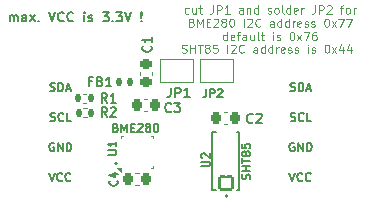
<source format=gbr>
%TF.GenerationSoftware,KiCad,Pcbnew,7.0.11-7.0.11~ubuntu22.04.1*%
%TF.CreationDate,2024-04-16T15:44:39+02:00*%
%TF.ProjectId,I2C_Module_SHT85_BME280_FUEL4EP,4932435f-4d6f-4647-956c-655f53485438,V1.3*%
%TF.SameCoordinates,Original*%
%TF.FileFunction,Legend,Top*%
%TF.FilePolarity,Positive*%
%FSLAX46Y46*%
G04 Gerber Fmt 4.6, Leading zero omitted, Abs format (unit mm)*
G04 Created by KiCad (PCBNEW 7.0.11-7.0.11~ubuntu22.04.1) date 2024-04-16 15:44:39*
%MOMM*%
%LPD*%
G01*
G04 APERTURE LIST*
G04 Aperture macros list*
%AMRoundRect*
0 Rectangle with rounded corners*
0 $1 Rounding radius*
0 $2 $3 $4 $5 $6 $7 $8 $9 X,Y pos of 4 corners*
0 Add a 4 corners polygon primitive as box body*
4,1,4,$2,$3,$4,$5,$6,$7,$8,$9,$2,$3,0*
0 Add four circle primitives for the rounded corners*
1,1,$1+$1,$2,$3*
1,1,$1+$1,$4,$5*
1,1,$1+$1,$6,$7*
1,1,$1+$1,$8,$9*
0 Add four rect primitives between the rounded corners*
20,1,$1+$1,$2,$3,$4,$5,0*
20,1,$1+$1,$4,$5,$6,$7,0*
20,1,$1+$1,$6,$7,$8,$9,0*
20,1,$1+$1,$8,$9,$2,$3,0*%
G04 Aperture macros list end*
%ADD10C,0.176200*%
%ADD11C,0.150000*%
%ADD12C,0.100000*%
%ADD13C,0.152400*%
%ADD14C,0.120000*%
%ADD15C,0.127000*%
%ADD16C,0.200000*%
%ADD17RoundRect,0.225000X0.250000X-0.225000X0.250000X0.225000X-0.250000X0.225000X-0.250000X-0.225000X0*%
%ADD18RoundRect,0.147500X-0.147500X-0.172500X0.147500X-0.172500X0.147500X0.172500X-0.147500X0.172500X0*%
%ADD19R,0.500000X0.350000*%
%ADD20R,1.000000X1.500000*%
%ADD21RoundRect,0.225000X0.225000X0.250000X-0.225000X0.250000X-0.225000X-0.250000X0.225000X-0.250000X0*%
%ADD22RoundRect,0.135000X0.135000X0.185000X-0.135000X0.185000X-0.135000X-0.185000X0.135000X-0.185000X0*%
%ADD23RoundRect,0.102000X0.550000X-0.550000X0.550000X0.550000X-0.550000X0.550000X-0.550000X-0.550000X0*%
%ADD24C,1.304000*%
%ADD25RoundRect,0.225000X-0.225000X-0.250000X0.225000X-0.250000X0.225000X0.250000X-0.225000X0.250000X0*%
%ADD26R,1.700000X1.700000*%
%ADD27O,1.700000X1.700000*%
G04 APERTURE END LIST*
D10*
X9888100Y3100000D02*
G75*
G03*
X9711900Y3100000I-88100J0D01*
G01*
X9711900Y3100000D02*
G75*
G03*
X9888100Y3100000I88100J0D01*
G01*
D11*
X4219666Y6737300D02*
X4319666Y6703966D01*
X4319666Y6703966D02*
X4486333Y6703966D01*
X4486333Y6703966D02*
X4552999Y6737300D01*
X4552999Y6737300D02*
X4586333Y6770633D01*
X4586333Y6770633D02*
X4619666Y6837300D01*
X4619666Y6837300D02*
X4619666Y6903966D01*
X4619666Y6903966D02*
X4586333Y6970633D01*
X4586333Y6970633D02*
X4552999Y7003966D01*
X4552999Y7003966D02*
X4486333Y7037300D01*
X4486333Y7037300D02*
X4352999Y7070633D01*
X4352999Y7070633D02*
X4286333Y7103966D01*
X4286333Y7103966D02*
X4252999Y7137300D01*
X4252999Y7137300D02*
X4219666Y7203966D01*
X4219666Y7203966D02*
X4219666Y7270633D01*
X4219666Y7270633D02*
X4252999Y7337300D01*
X4252999Y7337300D02*
X4286333Y7370633D01*
X4286333Y7370633D02*
X4352999Y7403966D01*
X4352999Y7403966D02*
X4519666Y7403966D01*
X4519666Y7403966D02*
X4619666Y7370633D01*
X5319666Y6770633D02*
X5286333Y6737300D01*
X5286333Y6737300D02*
X5186333Y6703966D01*
X5186333Y6703966D02*
X5119666Y6703966D01*
X5119666Y6703966D02*
X5019666Y6737300D01*
X5019666Y6737300D02*
X4953000Y6803966D01*
X4953000Y6803966D02*
X4919666Y6870633D01*
X4919666Y6870633D02*
X4886333Y7003966D01*
X4886333Y7003966D02*
X4886333Y7103966D01*
X4886333Y7103966D02*
X4919666Y7237300D01*
X4919666Y7237300D02*
X4953000Y7303966D01*
X4953000Y7303966D02*
X5019666Y7370633D01*
X5019666Y7370633D02*
X5119666Y7403966D01*
X5119666Y7403966D02*
X5186333Y7403966D01*
X5186333Y7403966D02*
X5286333Y7370633D01*
X5286333Y7370633D02*
X5319666Y7337300D01*
X5953000Y6703966D02*
X5619666Y6703966D01*
X5619666Y6703966D02*
X5619666Y7403966D01*
X24550000Y9277300D02*
X24650000Y9243966D01*
X24650000Y9243966D02*
X24816667Y9243966D01*
X24816667Y9243966D02*
X24883333Y9277300D01*
X24883333Y9277300D02*
X24916667Y9310633D01*
X24916667Y9310633D02*
X24950000Y9377300D01*
X24950000Y9377300D02*
X24950000Y9443966D01*
X24950000Y9443966D02*
X24916667Y9510633D01*
X24916667Y9510633D02*
X24883333Y9543966D01*
X24883333Y9543966D02*
X24816667Y9577300D01*
X24816667Y9577300D02*
X24683333Y9610633D01*
X24683333Y9610633D02*
X24616667Y9643966D01*
X24616667Y9643966D02*
X24583333Y9677300D01*
X24583333Y9677300D02*
X24550000Y9743966D01*
X24550000Y9743966D02*
X24550000Y9810633D01*
X24550000Y9810633D02*
X24583333Y9877300D01*
X24583333Y9877300D02*
X24616667Y9910633D01*
X24616667Y9910633D02*
X24683333Y9943966D01*
X24683333Y9943966D02*
X24850000Y9943966D01*
X24850000Y9943966D02*
X24950000Y9910633D01*
X25250000Y9243966D02*
X25250000Y9943966D01*
X25250000Y9943966D02*
X25416667Y9943966D01*
X25416667Y9943966D02*
X25516667Y9910633D01*
X25516667Y9910633D02*
X25583334Y9843966D01*
X25583334Y9843966D02*
X25616667Y9777300D01*
X25616667Y9777300D02*
X25650000Y9643966D01*
X25650000Y9643966D02*
X25650000Y9543966D01*
X25650000Y9543966D02*
X25616667Y9410633D01*
X25616667Y9410633D02*
X25583334Y9343966D01*
X25583334Y9343966D02*
X25516667Y9277300D01*
X25516667Y9277300D02*
X25416667Y9243966D01*
X25416667Y9243966D02*
X25250000Y9243966D01*
X25916667Y9443966D02*
X26250000Y9443966D01*
X25850000Y9243966D02*
X26083334Y9943966D01*
X26083334Y9943966D02*
X26316667Y9243966D01*
D12*
X15371867Y12516300D02*
X15471867Y12482966D01*
X15471867Y12482966D02*
X15638534Y12482966D01*
X15638534Y12482966D02*
X15705200Y12516300D01*
X15705200Y12516300D02*
X15738534Y12549633D01*
X15738534Y12549633D02*
X15771867Y12616300D01*
X15771867Y12616300D02*
X15771867Y12682966D01*
X15771867Y12682966D02*
X15738534Y12749633D01*
X15738534Y12749633D02*
X15705200Y12782966D01*
X15705200Y12782966D02*
X15638534Y12816300D01*
X15638534Y12816300D02*
X15505200Y12849633D01*
X15505200Y12849633D02*
X15438534Y12882966D01*
X15438534Y12882966D02*
X15405200Y12916300D01*
X15405200Y12916300D02*
X15371867Y12982966D01*
X15371867Y12982966D02*
X15371867Y13049633D01*
X15371867Y13049633D02*
X15405200Y13116300D01*
X15405200Y13116300D02*
X15438534Y13149633D01*
X15438534Y13149633D02*
X15505200Y13182966D01*
X15505200Y13182966D02*
X15671867Y13182966D01*
X15671867Y13182966D02*
X15771867Y13149633D01*
X16071867Y12482966D02*
X16071867Y13182966D01*
X16071867Y12849633D02*
X16471867Y12849633D01*
X16471867Y12482966D02*
X16471867Y13182966D01*
X16705200Y13182966D02*
X17105200Y13182966D01*
X16905200Y12482966D02*
X16905200Y13182966D01*
X17438533Y12882966D02*
X17371867Y12916300D01*
X17371867Y12916300D02*
X17338533Y12949633D01*
X17338533Y12949633D02*
X17305200Y13016300D01*
X17305200Y13016300D02*
X17305200Y13049633D01*
X17305200Y13049633D02*
X17338533Y13116300D01*
X17338533Y13116300D02*
X17371867Y13149633D01*
X17371867Y13149633D02*
X17438533Y13182966D01*
X17438533Y13182966D02*
X17571867Y13182966D01*
X17571867Y13182966D02*
X17638533Y13149633D01*
X17638533Y13149633D02*
X17671867Y13116300D01*
X17671867Y13116300D02*
X17705200Y13049633D01*
X17705200Y13049633D02*
X17705200Y13016300D01*
X17705200Y13016300D02*
X17671867Y12949633D01*
X17671867Y12949633D02*
X17638533Y12916300D01*
X17638533Y12916300D02*
X17571867Y12882966D01*
X17571867Y12882966D02*
X17438533Y12882966D01*
X17438533Y12882966D02*
X17371867Y12849633D01*
X17371867Y12849633D02*
X17338533Y12816300D01*
X17338533Y12816300D02*
X17305200Y12749633D01*
X17305200Y12749633D02*
X17305200Y12616300D01*
X17305200Y12616300D02*
X17338533Y12549633D01*
X17338533Y12549633D02*
X17371867Y12516300D01*
X17371867Y12516300D02*
X17438533Y12482966D01*
X17438533Y12482966D02*
X17571867Y12482966D01*
X17571867Y12482966D02*
X17638533Y12516300D01*
X17638533Y12516300D02*
X17671867Y12549633D01*
X17671867Y12549633D02*
X17705200Y12616300D01*
X17705200Y12616300D02*
X17705200Y12749633D01*
X17705200Y12749633D02*
X17671867Y12816300D01*
X17671867Y12816300D02*
X17638533Y12849633D01*
X17638533Y12849633D02*
X17571867Y12882966D01*
X18338534Y13182966D02*
X18005200Y13182966D01*
X18005200Y13182966D02*
X17971867Y12849633D01*
X17971867Y12849633D02*
X18005200Y12882966D01*
X18005200Y12882966D02*
X18071867Y12916300D01*
X18071867Y12916300D02*
X18238534Y12916300D01*
X18238534Y12916300D02*
X18305200Y12882966D01*
X18305200Y12882966D02*
X18338534Y12849633D01*
X18338534Y12849633D02*
X18371867Y12782966D01*
X18371867Y12782966D02*
X18371867Y12616300D01*
X18371867Y12616300D02*
X18338534Y12549633D01*
X18338534Y12549633D02*
X18305200Y12516300D01*
X18305200Y12516300D02*
X18238534Y12482966D01*
X18238534Y12482966D02*
X18071867Y12482966D01*
X18071867Y12482966D02*
X18005200Y12516300D01*
X18005200Y12516300D02*
X17971867Y12549633D01*
X19205200Y12482966D02*
X19205200Y13182966D01*
X19505200Y13116300D02*
X19538533Y13149633D01*
X19538533Y13149633D02*
X19605200Y13182966D01*
X19605200Y13182966D02*
X19771867Y13182966D01*
X19771867Y13182966D02*
X19838533Y13149633D01*
X19838533Y13149633D02*
X19871867Y13116300D01*
X19871867Y13116300D02*
X19905200Y13049633D01*
X19905200Y13049633D02*
X19905200Y12982966D01*
X19905200Y12982966D02*
X19871867Y12882966D01*
X19871867Y12882966D02*
X19471867Y12482966D01*
X19471867Y12482966D02*
X19905200Y12482966D01*
X20605200Y12549633D02*
X20571867Y12516300D01*
X20571867Y12516300D02*
X20471867Y12482966D01*
X20471867Y12482966D02*
X20405200Y12482966D01*
X20405200Y12482966D02*
X20305200Y12516300D01*
X20305200Y12516300D02*
X20238534Y12582966D01*
X20238534Y12582966D02*
X20205200Y12649633D01*
X20205200Y12649633D02*
X20171867Y12782966D01*
X20171867Y12782966D02*
X20171867Y12882966D01*
X20171867Y12882966D02*
X20205200Y13016300D01*
X20205200Y13016300D02*
X20238534Y13082966D01*
X20238534Y13082966D02*
X20305200Y13149633D01*
X20305200Y13149633D02*
X20405200Y13182966D01*
X20405200Y13182966D02*
X20471867Y13182966D01*
X20471867Y13182966D02*
X20571867Y13149633D01*
X20571867Y13149633D02*
X20605200Y13116300D01*
X21738533Y12482966D02*
X21738533Y12849633D01*
X21738533Y12849633D02*
X21705200Y12916300D01*
X21705200Y12916300D02*
X21638533Y12949633D01*
X21638533Y12949633D02*
X21505200Y12949633D01*
X21505200Y12949633D02*
X21438533Y12916300D01*
X21738533Y12516300D02*
X21671867Y12482966D01*
X21671867Y12482966D02*
X21505200Y12482966D01*
X21505200Y12482966D02*
X21438533Y12516300D01*
X21438533Y12516300D02*
X21405200Y12582966D01*
X21405200Y12582966D02*
X21405200Y12649633D01*
X21405200Y12649633D02*
X21438533Y12716300D01*
X21438533Y12716300D02*
X21505200Y12749633D01*
X21505200Y12749633D02*
X21671867Y12749633D01*
X21671867Y12749633D02*
X21738533Y12782966D01*
X22371866Y12482966D02*
X22371866Y13182966D01*
X22371866Y12516300D02*
X22305200Y12482966D01*
X22305200Y12482966D02*
X22171866Y12482966D01*
X22171866Y12482966D02*
X22105200Y12516300D01*
X22105200Y12516300D02*
X22071866Y12549633D01*
X22071866Y12549633D02*
X22038533Y12616300D01*
X22038533Y12616300D02*
X22038533Y12816300D01*
X22038533Y12816300D02*
X22071866Y12882966D01*
X22071866Y12882966D02*
X22105200Y12916300D01*
X22105200Y12916300D02*
X22171866Y12949633D01*
X22171866Y12949633D02*
X22305200Y12949633D01*
X22305200Y12949633D02*
X22371866Y12916300D01*
X23005199Y12482966D02*
X23005199Y13182966D01*
X23005199Y12516300D02*
X22938533Y12482966D01*
X22938533Y12482966D02*
X22805199Y12482966D01*
X22805199Y12482966D02*
X22738533Y12516300D01*
X22738533Y12516300D02*
X22705199Y12549633D01*
X22705199Y12549633D02*
X22671866Y12616300D01*
X22671866Y12616300D02*
X22671866Y12816300D01*
X22671866Y12816300D02*
X22705199Y12882966D01*
X22705199Y12882966D02*
X22738533Y12916300D01*
X22738533Y12916300D02*
X22805199Y12949633D01*
X22805199Y12949633D02*
X22938533Y12949633D01*
X22938533Y12949633D02*
X23005199Y12916300D01*
X23338532Y12482966D02*
X23338532Y12949633D01*
X23338532Y12816300D02*
X23371866Y12882966D01*
X23371866Y12882966D02*
X23405199Y12916300D01*
X23405199Y12916300D02*
X23471866Y12949633D01*
X23471866Y12949633D02*
X23538532Y12949633D01*
X24038532Y12516300D02*
X23971865Y12482966D01*
X23971865Y12482966D02*
X23838532Y12482966D01*
X23838532Y12482966D02*
X23771865Y12516300D01*
X23771865Y12516300D02*
X23738532Y12582966D01*
X23738532Y12582966D02*
X23738532Y12849633D01*
X23738532Y12849633D02*
X23771865Y12916300D01*
X23771865Y12916300D02*
X23838532Y12949633D01*
X23838532Y12949633D02*
X23971865Y12949633D01*
X23971865Y12949633D02*
X24038532Y12916300D01*
X24038532Y12916300D02*
X24071865Y12849633D01*
X24071865Y12849633D02*
X24071865Y12782966D01*
X24071865Y12782966D02*
X23738532Y12716300D01*
X24338532Y12516300D02*
X24405199Y12482966D01*
X24405199Y12482966D02*
X24538532Y12482966D01*
X24538532Y12482966D02*
X24605199Y12516300D01*
X24605199Y12516300D02*
X24638532Y12582966D01*
X24638532Y12582966D02*
X24638532Y12616300D01*
X24638532Y12616300D02*
X24605199Y12682966D01*
X24605199Y12682966D02*
X24538532Y12716300D01*
X24538532Y12716300D02*
X24438532Y12716300D01*
X24438532Y12716300D02*
X24371865Y12749633D01*
X24371865Y12749633D02*
X24338532Y12816300D01*
X24338532Y12816300D02*
X24338532Y12849633D01*
X24338532Y12849633D02*
X24371865Y12916300D01*
X24371865Y12916300D02*
X24438532Y12949633D01*
X24438532Y12949633D02*
X24538532Y12949633D01*
X24538532Y12949633D02*
X24605199Y12916300D01*
X24905199Y12516300D02*
X24971866Y12482966D01*
X24971866Y12482966D02*
X25105199Y12482966D01*
X25105199Y12482966D02*
X25171866Y12516300D01*
X25171866Y12516300D02*
X25205199Y12582966D01*
X25205199Y12582966D02*
X25205199Y12616300D01*
X25205199Y12616300D02*
X25171866Y12682966D01*
X25171866Y12682966D02*
X25105199Y12716300D01*
X25105199Y12716300D02*
X25005199Y12716300D01*
X25005199Y12716300D02*
X24938532Y12749633D01*
X24938532Y12749633D02*
X24905199Y12816300D01*
X24905199Y12816300D02*
X24905199Y12849633D01*
X24905199Y12849633D02*
X24938532Y12916300D01*
X24938532Y12916300D02*
X25005199Y12949633D01*
X25005199Y12949633D02*
X25105199Y12949633D01*
X25105199Y12949633D02*
X25171866Y12916300D01*
X26038532Y12482966D02*
X26038532Y12949633D01*
X26038532Y13182966D02*
X26005199Y13149633D01*
X26005199Y13149633D02*
X26038532Y13116300D01*
X26038532Y13116300D02*
X26071866Y13149633D01*
X26071866Y13149633D02*
X26038532Y13182966D01*
X26038532Y13182966D02*
X26038532Y13116300D01*
X26338532Y12516300D02*
X26405199Y12482966D01*
X26405199Y12482966D02*
X26538532Y12482966D01*
X26538532Y12482966D02*
X26605199Y12516300D01*
X26605199Y12516300D02*
X26638532Y12582966D01*
X26638532Y12582966D02*
X26638532Y12616300D01*
X26638532Y12616300D02*
X26605199Y12682966D01*
X26605199Y12682966D02*
X26538532Y12716300D01*
X26538532Y12716300D02*
X26438532Y12716300D01*
X26438532Y12716300D02*
X26371865Y12749633D01*
X26371865Y12749633D02*
X26338532Y12816300D01*
X26338532Y12816300D02*
X26338532Y12849633D01*
X26338532Y12849633D02*
X26371865Y12916300D01*
X26371865Y12916300D02*
X26438532Y12949633D01*
X26438532Y12949633D02*
X26538532Y12949633D01*
X26538532Y12949633D02*
X26605199Y12916300D01*
X27605199Y13182966D02*
X27671865Y13182966D01*
X27671865Y13182966D02*
X27738532Y13149633D01*
X27738532Y13149633D02*
X27771865Y13116300D01*
X27771865Y13116300D02*
X27805199Y13049633D01*
X27805199Y13049633D02*
X27838532Y12916300D01*
X27838532Y12916300D02*
X27838532Y12749633D01*
X27838532Y12749633D02*
X27805199Y12616300D01*
X27805199Y12616300D02*
X27771865Y12549633D01*
X27771865Y12549633D02*
X27738532Y12516300D01*
X27738532Y12516300D02*
X27671865Y12482966D01*
X27671865Y12482966D02*
X27605199Y12482966D01*
X27605199Y12482966D02*
X27538532Y12516300D01*
X27538532Y12516300D02*
X27505199Y12549633D01*
X27505199Y12549633D02*
X27471865Y12616300D01*
X27471865Y12616300D02*
X27438532Y12749633D01*
X27438532Y12749633D02*
X27438532Y12916300D01*
X27438532Y12916300D02*
X27471865Y13049633D01*
X27471865Y13049633D02*
X27505199Y13116300D01*
X27505199Y13116300D02*
X27538532Y13149633D01*
X27538532Y13149633D02*
X27605199Y13182966D01*
X28071866Y12482966D02*
X28438532Y12949633D01*
X28071866Y12949633D02*
X28438532Y12482966D01*
X29005199Y12949633D02*
X29005199Y12482966D01*
X28838533Y13216300D02*
X28671866Y12716300D01*
X28671866Y12716300D02*
X29105199Y12716300D01*
X29671866Y12949633D02*
X29671866Y12482966D01*
X29505200Y13216300D02*
X29338533Y12716300D01*
X29338533Y12716300D02*
X29771866Y12716300D01*
D11*
X21110700Y1802000D02*
X21144033Y1902000D01*
X21144033Y1902000D02*
X21144033Y2068667D01*
X21144033Y2068667D02*
X21110700Y2135333D01*
X21110700Y2135333D02*
X21077366Y2168667D01*
X21077366Y2168667D02*
X21010700Y2202000D01*
X21010700Y2202000D02*
X20944033Y2202000D01*
X20944033Y2202000D02*
X20877366Y2168667D01*
X20877366Y2168667D02*
X20844033Y2135333D01*
X20844033Y2135333D02*
X20810700Y2068667D01*
X20810700Y2068667D02*
X20777366Y1935333D01*
X20777366Y1935333D02*
X20744033Y1868667D01*
X20744033Y1868667D02*
X20710700Y1835333D01*
X20710700Y1835333D02*
X20644033Y1802000D01*
X20644033Y1802000D02*
X20577366Y1802000D01*
X20577366Y1802000D02*
X20510700Y1835333D01*
X20510700Y1835333D02*
X20477366Y1868667D01*
X20477366Y1868667D02*
X20444033Y1935333D01*
X20444033Y1935333D02*
X20444033Y2102000D01*
X20444033Y2102000D02*
X20477366Y2202000D01*
X21144033Y2502000D02*
X20444033Y2502000D01*
X20777366Y2502000D02*
X20777366Y2902000D01*
X21144033Y2902000D02*
X20444033Y2902000D01*
X20444033Y3135333D02*
X20444033Y3535333D01*
X21144033Y3335333D02*
X20444033Y3335333D01*
X20744033Y3868666D02*
X20710700Y3802000D01*
X20710700Y3802000D02*
X20677366Y3768666D01*
X20677366Y3768666D02*
X20610700Y3735333D01*
X20610700Y3735333D02*
X20577366Y3735333D01*
X20577366Y3735333D02*
X20510700Y3768666D01*
X20510700Y3768666D02*
X20477366Y3802000D01*
X20477366Y3802000D02*
X20444033Y3868666D01*
X20444033Y3868666D02*
X20444033Y4002000D01*
X20444033Y4002000D02*
X20477366Y4068666D01*
X20477366Y4068666D02*
X20510700Y4102000D01*
X20510700Y4102000D02*
X20577366Y4135333D01*
X20577366Y4135333D02*
X20610700Y4135333D01*
X20610700Y4135333D02*
X20677366Y4102000D01*
X20677366Y4102000D02*
X20710700Y4068666D01*
X20710700Y4068666D02*
X20744033Y4002000D01*
X20744033Y4002000D02*
X20744033Y3868666D01*
X20744033Y3868666D02*
X20777366Y3802000D01*
X20777366Y3802000D02*
X20810700Y3768666D01*
X20810700Y3768666D02*
X20877366Y3735333D01*
X20877366Y3735333D02*
X21010700Y3735333D01*
X21010700Y3735333D02*
X21077366Y3768666D01*
X21077366Y3768666D02*
X21110700Y3802000D01*
X21110700Y3802000D02*
X21144033Y3868666D01*
X21144033Y3868666D02*
X21144033Y4002000D01*
X21144033Y4002000D02*
X21110700Y4068666D01*
X21110700Y4068666D02*
X21077366Y4102000D01*
X21077366Y4102000D02*
X21010700Y4135333D01*
X21010700Y4135333D02*
X20877366Y4135333D01*
X20877366Y4135333D02*
X20810700Y4102000D01*
X20810700Y4102000D02*
X20777366Y4068666D01*
X20777366Y4068666D02*
X20744033Y4002000D01*
X20444033Y4768667D02*
X20444033Y4435333D01*
X20444033Y4435333D02*
X20777366Y4402000D01*
X20777366Y4402000D02*
X20744033Y4435333D01*
X20744033Y4435333D02*
X20710700Y4502000D01*
X20710700Y4502000D02*
X20710700Y4668667D01*
X20710700Y4668667D02*
X20744033Y4735333D01*
X20744033Y4735333D02*
X20777366Y4768667D01*
X20777366Y4768667D02*
X20844033Y4802000D01*
X20844033Y4802000D02*
X21010700Y4802000D01*
X21010700Y4802000D02*
X21077366Y4768667D01*
X21077366Y4768667D02*
X21110700Y4735333D01*
X21110700Y4735333D02*
X21144033Y4668667D01*
X21144033Y4668667D02*
X21144033Y4502000D01*
X21144033Y4502000D02*
X21110700Y4435333D01*
X21110700Y4435333D02*
X21077366Y4402000D01*
X24866667Y4830633D02*
X24800000Y4863966D01*
X24800000Y4863966D02*
X24700000Y4863966D01*
X24700000Y4863966D02*
X24600000Y4830633D01*
X24600000Y4830633D02*
X24533334Y4763966D01*
X24533334Y4763966D02*
X24500000Y4697300D01*
X24500000Y4697300D02*
X24466667Y4563966D01*
X24466667Y4563966D02*
X24466667Y4463966D01*
X24466667Y4463966D02*
X24500000Y4330633D01*
X24500000Y4330633D02*
X24533334Y4263966D01*
X24533334Y4263966D02*
X24600000Y4197300D01*
X24600000Y4197300D02*
X24700000Y4163966D01*
X24700000Y4163966D02*
X24766667Y4163966D01*
X24766667Y4163966D02*
X24866667Y4197300D01*
X24866667Y4197300D02*
X24900000Y4230633D01*
X24900000Y4230633D02*
X24900000Y4463966D01*
X24900000Y4463966D02*
X24766667Y4463966D01*
X25200000Y4163966D02*
X25200000Y4863966D01*
X25200000Y4863966D02*
X25600000Y4163966D01*
X25600000Y4163966D02*
X25600000Y4863966D01*
X25933333Y4163966D02*
X25933333Y4863966D01*
X25933333Y4863966D02*
X26100000Y4863966D01*
X26100000Y4863966D02*
X26200000Y4830633D01*
X26200000Y4830633D02*
X26266667Y4763966D01*
X26266667Y4763966D02*
X26300000Y4697300D01*
X26300000Y4697300D02*
X26333333Y4563966D01*
X26333333Y4563966D02*
X26333333Y4463966D01*
X26333333Y4463966D02*
X26300000Y4330633D01*
X26300000Y4330633D02*
X26266667Y4263966D01*
X26266667Y4263966D02*
X26200000Y4197300D01*
X26200000Y4197300D02*
X26100000Y4163966D01*
X26100000Y4163966D02*
X25933333Y4163966D01*
X4519667Y4830633D02*
X4453000Y4863966D01*
X4453000Y4863966D02*
X4353000Y4863966D01*
X4353000Y4863966D02*
X4253000Y4830633D01*
X4253000Y4830633D02*
X4186334Y4763966D01*
X4186334Y4763966D02*
X4153000Y4697300D01*
X4153000Y4697300D02*
X4119667Y4563966D01*
X4119667Y4563966D02*
X4119667Y4463966D01*
X4119667Y4463966D02*
X4153000Y4330633D01*
X4153000Y4330633D02*
X4186334Y4263966D01*
X4186334Y4263966D02*
X4253000Y4197300D01*
X4253000Y4197300D02*
X4353000Y4163966D01*
X4353000Y4163966D02*
X4419667Y4163966D01*
X4419667Y4163966D02*
X4519667Y4197300D01*
X4519667Y4197300D02*
X4553000Y4230633D01*
X4553000Y4230633D02*
X4553000Y4463966D01*
X4553000Y4463966D02*
X4419667Y4463966D01*
X4853000Y4163966D02*
X4853000Y4863966D01*
X4853000Y4863966D02*
X5253000Y4163966D01*
X5253000Y4163966D02*
X5253000Y4863966D01*
X5586333Y4163966D02*
X5586333Y4863966D01*
X5586333Y4863966D02*
X5753000Y4863966D01*
X5753000Y4863966D02*
X5853000Y4830633D01*
X5853000Y4830633D02*
X5919667Y4763966D01*
X5919667Y4763966D02*
X5953000Y4697300D01*
X5953000Y4697300D02*
X5986333Y4563966D01*
X5986333Y4563966D02*
X5986333Y4463966D01*
X5986333Y4463966D02*
X5953000Y4330633D01*
X5953000Y4330633D02*
X5919667Y4263966D01*
X5919667Y4263966D02*
X5853000Y4197300D01*
X5853000Y4197300D02*
X5753000Y4163966D01*
X5753000Y4163966D02*
X5586333Y4163966D01*
X24566666Y6737300D02*
X24666666Y6703966D01*
X24666666Y6703966D02*
X24833333Y6703966D01*
X24833333Y6703966D02*
X24899999Y6737300D01*
X24899999Y6737300D02*
X24933333Y6770633D01*
X24933333Y6770633D02*
X24966666Y6837300D01*
X24966666Y6837300D02*
X24966666Y6903966D01*
X24966666Y6903966D02*
X24933333Y6970633D01*
X24933333Y6970633D02*
X24899999Y7003966D01*
X24899999Y7003966D02*
X24833333Y7037300D01*
X24833333Y7037300D02*
X24699999Y7070633D01*
X24699999Y7070633D02*
X24633333Y7103966D01*
X24633333Y7103966D02*
X24599999Y7137300D01*
X24599999Y7137300D02*
X24566666Y7203966D01*
X24566666Y7203966D02*
X24566666Y7270633D01*
X24566666Y7270633D02*
X24599999Y7337300D01*
X24599999Y7337300D02*
X24633333Y7370633D01*
X24633333Y7370633D02*
X24699999Y7403966D01*
X24699999Y7403966D02*
X24866666Y7403966D01*
X24866666Y7403966D02*
X24966666Y7370633D01*
X25666666Y6770633D02*
X25633333Y6737300D01*
X25633333Y6737300D02*
X25533333Y6703966D01*
X25533333Y6703966D02*
X25466666Y6703966D01*
X25466666Y6703966D02*
X25366666Y6737300D01*
X25366666Y6737300D02*
X25300000Y6803966D01*
X25300000Y6803966D02*
X25266666Y6870633D01*
X25266666Y6870633D02*
X25233333Y7003966D01*
X25233333Y7003966D02*
X25233333Y7103966D01*
X25233333Y7103966D02*
X25266666Y7237300D01*
X25266666Y7237300D02*
X25300000Y7303966D01*
X25300000Y7303966D02*
X25366666Y7370633D01*
X25366666Y7370633D02*
X25466666Y7403966D01*
X25466666Y7403966D02*
X25533333Y7403966D01*
X25533333Y7403966D02*
X25633333Y7370633D01*
X25633333Y7370633D02*
X25666666Y7337300D01*
X26300000Y6703966D02*
X25966666Y6703966D01*
X25966666Y6703966D02*
X25966666Y7403966D01*
X4119666Y2323966D02*
X4353000Y1623966D01*
X4353000Y1623966D02*
X4586333Y2323966D01*
X5219666Y1690633D02*
X5186333Y1657300D01*
X5186333Y1657300D02*
X5086333Y1623966D01*
X5086333Y1623966D02*
X5019666Y1623966D01*
X5019666Y1623966D02*
X4919666Y1657300D01*
X4919666Y1657300D02*
X4853000Y1723966D01*
X4853000Y1723966D02*
X4819666Y1790633D01*
X4819666Y1790633D02*
X4786333Y1923966D01*
X4786333Y1923966D02*
X4786333Y2023966D01*
X4786333Y2023966D02*
X4819666Y2157300D01*
X4819666Y2157300D02*
X4853000Y2223966D01*
X4853000Y2223966D02*
X4919666Y2290633D01*
X4919666Y2290633D02*
X5019666Y2323966D01*
X5019666Y2323966D02*
X5086333Y2323966D01*
X5086333Y2323966D02*
X5186333Y2290633D01*
X5186333Y2290633D02*
X5219666Y2257300D01*
X5919666Y1690633D02*
X5886333Y1657300D01*
X5886333Y1657300D02*
X5786333Y1623966D01*
X5786333Y1623966D02*
X5719666Y1623966D01*
X5719666Y1623966D02*
X5619666Y1657300D01*
X5619666Y1657300D02*
X5553000Y1723966D01*
X5553000Y1723966D02*
X5519666Y1790633D01*
X5519666Y1790633D02*
X5486333Y1923966D01*
X5486333Y1923966D02*
X5486333Y2023966D01*
X5486333Y2023966D02*
X5519666Y2157300D01*
X5519666Y2157300D02*
X5553000Y2223966D01*
X5553000Y2223966D02*
X5619666Y2290633D01*
X5619666Y2290633D02*
X5719666Y2323966D01*
X5719666Y2323966D02*
X5786333Y2323966D01*
X5786333Y2323966D02*
X5886333Y2290633D01*
X5886333Y2290633D02*
X5919666Y2257300D01*
D12*
X15925868Y15841700D02*
X15859202Y15808366D01*
X15859202Y15808366D02*
X15725868Y15808366D01*
X15725868Y15808366D02*
X15659202Y15841700D01*
X15659202Y15841700D02*
X15625868Y15875033D01*
X15625868Y15875033D02*
X15592535Y15941700D01*
X15592535Y15941700D02*
X15592535Y16141700D01*
X15592535Y16141700D02*
X15625868Y16208366D01*
X15625868Y16208366D02*
X15659202Y16241700D01*
X15659202Y16241700D02*
X15725868Y16275033D01*
X15725868Y16275033D02*
X15859202Y16275033D01*
X15859202Y16275033D02*
X15925868Y16241700D01*
X16525868Y16275033D02*
X16525868Y15808366D01*
X16225868Y16275033D02*
X16225868Y15908366D01*
X16225868Y15908366D02*
X16259202Y15841700D01*
X16259202Y15841700D02*
X16325868Y15808366D01*
X16325868Y15808366D02*
X16425868Y15808366D01*
X16425868Y15808366D02*
X16492535Y15841700D01*
X16492535Y15841700D02*
X16525868Y15875033D01*
X16759201Y16275033D02*
X17025868Y16275033D01*
X16859201Y16508366D02*
X16859201Y15908366D01*
X16859201Y15908366D02*
X16892535Y15841700D01*
X16892535Y15841700D02*
X16959201Y15808366D01*
X16959201Y15808366D02*
X17025868Y15808366D01*
X17992534Y16508366D02*
X17992534Y16008366D01*
X17992534Y16008366D02*
X17959201Y15908366D01*
X17959201Y15908366D02*
X17892534Y15841700D01*
X17892534Y15841700D02*
X17792534Y15808366D01*
X17792534Y15808366D02*
X17725868Y15808366D01*
X18325867Y15808366D02*
X18325867Y16508366D01*
X18325867Y16508366D02*
X18592534Y16508366D01*
X18592534Y16508366D02*
X18659201Y16475033D01*
X18659201Y16475033D02*
X18692534Y16441700D01*
X18692534Y16441700D02*
X18725867Y16375033D01*
X18725867Y16375033D02*
X18725867Y16275033D01*
X18725867Y16275033D02*
X18692534Y16208366D01*
X18692534Y16208366D02*
X18659201Y16175033D01*
X18659201Y16175033D02*
X18592534Y16141700D01*
X18592534Y16141700D02*
X18325867Y16141700D01*
X19392534Y15808366D02*
X18992534Y15808366D01*
X19192534Y15808366D02*
X19192534Y16508366D01*
X19192534Y16508366D02*
X19125867Y16408366D01*
X19125867Y16408366D02*
X19059201Y16341700D01*
X19059201Y16341700D02*
X18992534Y16308366D01*
X20525867Y15808366D02*
X20525867Y16175033D01*
X20525867Y16175033D02*
X20492534Y16241700D01*
X20492534Y16241700D02*
X20425867Y16275033D01*
X20425867Y16275033D02*
X20292534Y16275033D01*
X20292534Y16275033D02*
X20225867Y16241700D01*
X20525867Y15841700D02*
X20459201Y15808366D01*
X20459201Y15808366D02*
X20292534Y15808366D01*
X20292534Y15808366D02*
X20225867Y15841700D01*
X20225867Y15841700D02*
X20192534Y15908366D01*
X20192534Y15908366D02*
X20192534Y15975033D01*
X20192534Y15975033D02*
X20225867Y16041700D01*
X20225867Y16041700D02*
X20292534Y16075033D01*
X20292534Y16075033D02*
X20459201Y16075033D01*
X20459201Y16075033D02*
X20525867Y16108366D01*
X20859200Y16275033D02*
X20859200Y15808366D01*
X20859200Y16208366D02*
X20892534Y16241700D01*
X20892534Y16241700D02*
X20959200Y16275033D01*
X20959200Y16275033D02*
X21059200Y16275033D01*
X21059200Y16275033D02*
X21125867Y16241700D01*
X21125867Y16241700D02*
X21159200Y16175033D01*
X21159200Y16175033D02*
X21159200Y15808366D01*
X21792533Y15808366D02*
X21792533Y16508366D01*
X21792533Y15841700D02*
X21725867Y15808366D01*
X21725867Y15808366D02*
X21592533Y15808366D01*
X21592533Y15808366D02*
X21525867Y15841700D01*
X21525867Y15841700D02*
X21492533Y15875033D01*
X21492533Y15875033D02*
X21459200Y15941700D01*
X21459200Y15941700D02*
X21459200Y16141700D01*
X21459200Y16141700D02*
X21492533Y16208366D01*
X21492533Y16208366D02*
X21525867Y16241700D01*
X21525867Y16241700D02*
X21592533Y16275033D01*
X21592533Y16275033D02*
X21725867Y16275033D01*
X21725867Y16275033D02*
X21792533Y16241700D01*
X22625866Y15841700D02*
X22692533Y15808366D01*
X22692533Y15808366D02*
X22825866Y15808366D01*
X22825866Y15808366D02*
X22892533Y15841700D01*
X22892533Y15841700D02*
X22925866Y15908366D01*
X22925866Y15908366D02*
X22925866Y15941700D01*
X22925866Y15941700D02*
X22892533Y16008366D01*
X22892533Y16008366D02*
X22825866Y16041700D01*
X22825866Y16041700D02*
X22725866Y16041700D01*
X22725866Y16041700D02*
X22659199Y16075033D01*
X22659199Y16075033D02*
X22625866Y16141700D01*
X22625866Y16141700D02*
X22625866Y16175033D01*
X22625866Y16175033D02*
X22659199Y16241700D01*
X22659199Y16241700D02*
X22725866Y16275033D01*
X22725866Y16275033D02*
X22825866Y16275033D01*
X22825866Y16275033D02*
X22892533Y16241700D01*
X23325866Y15808366D02*
X23259200Y15841700D01*
X23259200Y15841700D02*
X23225866Y15875033D01*
X23225866Y15875033D02*
X23192533Y15941700D01*
X23192533Y15941700D02*
X23192533Y16141700D01*
X23192533Y16141700D02*
X23225866Y16208366D01*
X23225866Y16208366D02*
X23259200Y16241700D01*
X23259200Y16241700D02*
X23325866Y16275033D01*
X23325866Y16275033D02*
X23425866Y16275033D01*
X23425866Y16275033D02*
X23492533Y16241700D01*
X23492533Y16241700D02*
X23525866Y16208366D01*
X23525866Y16208366D02*
X23559200Y16141700D01*
X23559200Y16141700D02*
X23559200Y15941700D01*
X23559200Y15941700D02*
X23525866Y15875033D01*
X23525866Y15875033D02*
X23492533Y15841700D01*
X23492533Y15841700D02*
X23425866Y15808366D01*
X23425866Y15808366D02*
X23325866Y15808366D01*
X23959199Y15808366D02*
X23892533Y15841700D01*
X23892533Y15841700D02*
X23859199Y15908366D01*
X23859199Y15908366D02*
X23859199Y16508366D01*
X24525866Y15808366D02*
X24525866Y16508366D01*
X24525866Y15841700D02*
X24459200Y15808366D01*
X24459200Y15808366D02*
X24325866Y15808366D01*
X24325866Y15808366D02*
X24259200Y15841700D01*
X24259200Y15841700D02*
X24225866Y15875033D01*
X24225866Y15875033D02*
X24192533Y15941700D01*
X24192533Y15941700D02*
X24192533Y16141700D01*
X24192533Y16141700D02*
X24225866Y16208366D01*
X24225866Y16208366D02*
X24259200Y16241700D01*
X24259200Y16241700D02*
X24325866Y16275033D01*
X24325866Y16275033D02*
X24459200Y16275033D01*
X24459200Y16275033D02*
X24525866Y16241700D01*
X25125866Y15841700D02*
X25059199Y15808366D01*
X25059199Y15808366D02*
X24925866Y15808366D01*
X24925866Y15808366D02*
X24859199Y15841700D01*
X24859199Y15841700D02*
X24825866Y15908366D01*
X24825866Y15908366D02*
X24825866Y16175033D01*
X24825866Y16175033D02*
X24859199Y16241700D01*
X24859199Y16241700D02*
X24925866Y16275033D01*
X24925866Y16275033D02*
X25059199Y16275033D01*
X25059199Y16275033D02*
X25125866Y16241700D01*
X25125866Y16241700D02*
X25159199Y16175033D01*
X25159199Y16175033D02*
X25159199Y16108366D01*
X25159199Y16108366D02*
X24825866Y16041700D01*
X25459199Y15808366D02*
X25459199Y16275033D01*
X25459199Y16141700D02*
X25492533Y16208366D01*
X25492533Y16208366D02*
X25525866Y16241700D01*
X25525866Y16241700D02*
X25592533Y16275033D01*
X25592533Y16275033D02*
X25659199Y16275033D01*
X26625865Y16508366D02*
X26625865Y16008366D01*
X26625865Y16008366D02*
X26592532Y15908366D01*
X26592532Y15908366D02*
X26525865Y15841700D01*
X26525865Y15841700D02*
X26425865Y15808366D01*
X26425865Y15808366D02*
X26359199Y15808366D01*
X26959198Y15808366D02*
X26959198Y16508366D01*
X26959198Y16508366D02*
X27225865Y16508366D01*
X27225865Y16508366D02*
X27292532Y16475033D01*
X27292532Y16475033D02*
X27325865Y16441700D01*
X27325865Y16441700D02*
X27359198Y16375033D01*
X27359198Y16375033D02*
X27359198Y16275033D01*
X27359198Y16275033D02*
X27325865Y16208366D01*
X27325865Y16208366D02*
X27292532Y16175033D01*
X27292532Y16175033D02*
X27225865Y16141700D01*
X27225865Y16141700D02*
X26959198Y16141700D01*
X27625865Y16441700D02*
X27659198Y16475033D01*
X27659198Y16475033D02*
X27725865Y16508366D01*
X27725865Y16508366D02*
X27892532Y16508366D01*
X27892532Y16508366D02*
X27959198Y16475033D01*
X27959198Y16475033D02*
X27992532Y16441700D01*
X27992532Y16441700D02*
X28025865Y16375033D01*
X28025865Y16375033D02*
X28025865Y16308366D01*
X28025865Y16308366D02*
X27992532Y16208366D01*
X27992532Y16208366D02*
X27592532Y15808366D01*
X27592532Y15808366D02*
X28025865Y15808366D01*
X28759198Y16275033D02*
X29025865Y16275033D01*
X28859198Y15808366D02*
X28859198Y16408366D01*
X28859198Y16408366D02*
X28892532Y16475033D01*
X28892532Y16475033D02*
X28959198Y16508366D01*
X28959198Y16508366D02*
X29025865Y16508366D01*
X29359198Y15808366D02*
X29292532Y15841700D01*
X29292532Y15841700D02*
X29259198Y15875033D01*
X29259198Y15875033D02*
X29225865Y15941700D01*
X29225865Y15941700D02*
X29225865Y16141700D01*
X29225865Y16141700D02*
X29259198Y16208366D01*
X29259198Y16208366D02*
X29292532Y16241700D01*
X29292532Y16241700D02*
X29359198Y16275033D01*
X29359198Y16275033D02*
X29459198Y16275033D01*
X29459198Y16275033D02*
X29525865Y16241700D01*
X29525865Y16241700D02*
X29559198Y16208366D01*
X29559198Y16208366D02*
X29592532Y16141700D01*
X29592532Y16141700D02*
X29592532Y15941700D01*
X29592532Y15941700D02*
X29559198Y15875033D01*
X29559198Y15875033D02*
X29525865Y15841700D01*
X29525865Y15841700D02*
X29459198Y15808366D01*
X29459198Y15808366D02*
X29359198Y15808366D01*
X29892531Y15808366D02*
X29892531Y16275033D01*
X29892531Y16141700D02*
X29925865Y16208366D01*
X29925865Y16208366D02*
X29959198Y16241700D01*
X29959198Y16241700D02*
X30025865Y16275033D01*
X30025865Y16275033D02*
X30092531Y16275033D01*
X16175867Y15048033D02*
X16275867Y15014700D01*
X16275867Y15014700D02*
X16309200Y14981366D01*
X16309200Y14981366D02*
X16342533Y14914700D01*
X16342533Y14914700D02*
X16342533Y14814700D01*
X16342533Y14814700D02*
X16309200Y14748033D01*
X16309200Y14748033D02*
X16275867Y14714700D01*
X16275867Y14714700D02*
X16209200Y14681366D01*
X16209200Y14681366D02*
X15942533Y14681366D01*
X15942533Y14681366D02*
X15942533Y15381366D01*
X15942533Y15381366D02*
X16175867Y15381366D01*
X16175867Y15381366D02*
X16242533Y15348033D01*
X16242533Y15348033D02*
X16275867Y15314700D01*
X16275867Y15314700D02*
X16309200Y15248033D01*
X16309200Y15248033D02*
X16309200Y15181366D01*
X16309200Y15181366D02*
X16275867Y15114700D01*
X16275867Y15114700D02*
X16242533Y15081366D01*
X16242533Y15081366D02*
X16175867Y15048033D01*
X16175867Y15048033D02*
X15942533Y15048033D01*
X16642533Y14681366D02*
X16642533Y15381366D01*
X16642533Y15381366D02*
X16875867Y14881366D01*
X16875867Y14881366D02*
X17109200Y15381366D01*
X17109200Y15381366D02*
X17109200Y14681366D01*
X17442533Y15048033D02*
X17675867Y15048033D01*
X17775867Y14681366D02*
X17442533Y14681366D01*
X17442533Y14681366D02*
X17442533Y15381366D01*
X17442533Y15381366D02*
X17775867Y15381366D01*
X18042533Y15314700D02*
X18075866Y15348033D01*
X18075866Y15348033D02*
X18142533Y15381366D01*
X18142533Y15381366D02*
X18309200Y15381366D01*
X18309200Y15381366D02*
X18375866Y15348033D01*
X18375866Y15348033D02*
X18409200Y15314700D01*
X18409200Y15314700D02*
X18442533Y15248033D01*
X18442533Y15248033D02*
X18442533Y15181366D01*
X18442533Y15181366D02*
X18409200Y15081366D01*
X18409200Y15081366D02*
X18009200Y14681366D01*
X18009200Y14681366D02*
X18442533Y14681366D01*
X18842533Y15081366D02*
X18775867Y15114700D01*
X18775867Y15114700D02*
X18742533Y15148033D01*
X18742533Y15148033D02*
X18709200Y15214700D01*
X18709200Y15214700D02*
X18709200Y15248033D01*
X18709200Y15248033D02*
X18742533Y15314700D01*
X18742533Y15314700D02*
X18775867Y15348033D01*
X18775867Y15348033D02*
X18842533Y15381366D01*
X18842533Y15381366D02*
X18975867Y15381366D01*
X18975867Y15381366D02*
X19042533Y15348033D01*
X19042533Y15348033D02*
X19075867Y15314700D01*
X19075867Y15314700D02*
X19109200Y15248033D01*
X19109200Y15248033D02*
X19109200Y15214700D01*
X19109200Y15214700D02*
X19075867Y15148033D01*
X19075867Y15148033D02*
X19042533Y15114700D01*
X19042533Y15114700D02*
X18975867Y15081366D01*
X18975867Y15081366D02*
X18842533Y15081366D01*
X18842533Y15081366D02*
X18775867Y15048033D01*
X18775867Y15048033D02*
X18742533Y15014700D01*
X18742533Y15014700D02*
X18709200Y14948033D01*
X18709200Y14948033D02*
X18709200Y14814700D01*
X18709200Y14814700D02*
X18742533Y14748033D01*
X18742533Y14748033D02*
X18775867Y14714700D01*
X18775867Y14714700D02*
X18842533Y14681366D01*
X18842533Y14681366D02*
X18975867Y14681366D01*
X18975867Y14681366D02*
X19042533Y14714700D01*
X19042533Y14714700D02*
X19075867Y14748033D01*
X19075867Y14748033D02*
X19109200Y14814700D01*
X19109200Y14814700D02*
X19109200Y14948033D01*
X19109200Y14948033D02*
X19075867Y15014700D01*
X19075867Y15014700D02*
X19042533Y15048033D01*
X19042533Y15048033D02*
X18975867Y15081366D01*
X19542534Y15381366D02*
X19609200Y15381366D01*
X19609200Y15381366D02*
X19675867Y15348033D01*
X19675867Y15348033D02*
X19709200Y15314700D01*
X19709200Y15314700D02*
X19742534Y15248033D01*
X19742534Y15248033D02*
X19775867Y15114700D01*
X19775867Y15114700D02*
X19775867Y14948033D01*
X19775867Y14948033D02*
X19742534Y14814700D01*
X19742534Y14814700D02*
X19709200Y14748033D01*
X19709200Y14748033D02*
X19675867Y14714700D01*
X19675867Y14714700D02*
X19609200Y14681366D01*
X19609200Y14681366D02*
X19542534Y14681366D01*
X19542534Y14681366D02*
X19475867Y14714700D01*
X19475867Y14714700D02*
X19442534Y14748033D01*
X19442534Y14748033D02*
X19409200Y14814700D01*
X19409200Y14814700D02*
X19375867Y14948033D01*
X19375867Y14948033D02*
X19375867Y15114700D01*
X19375867Y15114700D02*
X19409200Y15248033D01*
X19409200Y15248033D02*
X19442534Y15314700D01*
X19442534Y15314700D02*
X19475867Y15348033D01*
X19475867Y15348033D02*
X19542534Y15381366D01*
X20609200Y14681366D02*
X20609200Y15381366D01*
X20909200Y15314700D02*
X20942533Y15348033D01*
X20942533Y15348033D02*
X21009200Y15381366D01*
X21009200Y15381366D02*
X21175867Y15381366D01*
X21175867Y15381366D02*
X21242533Y15348033D01*
X21242533Y15348033D02*
X21275867Y15314700D01*
X21275867Y15314700D02*
X21309200Y15248033D01*
X21309200Y15248033D02*
X21309200Y15181366D01*
X21309200Y15181366D02*
X21275867Y15081366D01*
X21275867Y15081366D02*
X20875867Y14681366D01*
X20875867Y14681366D02*
X21309200Y14681366D01*
X22009200Y14748033D02*
X21975867Y14714700D01*
X21975867Y14714700D02*
X21875867Y14681366D01*
X21875867Y14681366D02*
X21809200Y14681366D01*
X21809200Y14681366D02*
X21709200Y14714700D01*
X21709200Y14714700D02*
X21642534Y14781366D01*
X21642534Y14781366D02*
X21609200Y14848033D01*
X21609200Y14848033D02*
X21575867Y14981366D01*
X21575867Y14981366D02*
X21575867Y15081366D01*
X21575867Y15081366D02*
X21609200Y15214700D01*
X21609200Y15214700D02*
X21642534Y15281366D01*
X21642534Y15281366D02*
X21709200Y15348033D01*
X21709200Y15348033D02*
X21809200Y15381366D01*
X21809200Y15381366D02*
X21875867Y15381366D01*
X21875867Y15381366D02*
X21975867Y15348033D01*
X21975867Y15348033D02*
X22009200Y15314700D01*
X23142533Y14681366D02*
X23142533Y15048033D01*
X23142533Y15048033D02*
X23109200Y15114700D01*
X23109200Y15114700D02*
X23042533Y15148033D01*
X23042533Y15148033D02*
X22909200Y15148033D01*
X22909200Y15148033D02*
X22842533Y15114700D01*
X23142533Y14714700D02*
X23075867Y14681366D01*
X23075867Y14681366D02*
X22909200Y14681366D01*
X22909200Y14681366D02*
X22842533Y14714700D01*
X22842533Y14714700D02*
X22809200Y14781366D01*
X22809200Y14781366D02*
X22809200Y14848033D01*
X22809200Y14848033D02*
X22842533Y14914700D01*
X22842533Y14914700D02*
X22909200Y14948033D01*
X22909200Y14948033D02*
X23075867Y14948033D01*
X23075867Y14948033D02*
X23142533Y14981366D01*
X23775866Y14681366D02*
X23775866Y15381366D01*
X23775866Y14714700D02*
X23709200Y14681366D01*
X23709200Y14681366D02*
X23575866Y14681366D01*
X23575866Y14681366D02*
X23509200Y14714700D01*
X23509200Y14714700D02*
X23475866Y14748033D01*
X23475866Y14748033D02*
X23442533Y14814700D01*
X23442533Y14814700D02*
X23442533Y15014700D01*
X23442533Y15014700D02*
X23475866Y15081366D01*
X23475866Y15081366D02*
X23509200Y15114700D01*
X23509200Y15114700D02*
X23575866Y15148033D01*
X23575866Y15148033D02*
X23709200Y15148033D01*
X23709200Y15148033D02*
X23775866Y15114700D01*
X24409199Y14681366D02*
X24409199Y15381366D01*
X24409199Y14714700D02*
X24342533Y14681366D01*
X24342533Y14681366D02*
X24209199Y14681366D01*
X24209199Y14681366D02*
X24142533Y14714700D01*
X24142533Y14714700D02*
X24109199Y14748033D01*
X24109199Y14748033D02*
X24075866Y14814700D01*
X24075866Y14814700D02*
X24075866Y15014700D01*
X24075866Y15014700D02*
X24109199Y15081366D01*
X24109199Y15081366D02*
X24142533Y15114700D01*
X24142533Y15114700D02*
X24209199Y15148033D01*
X24209199Y15148033D02*
X24342533Y15148033D01*
X24342533Y15148033D02*
X24409199Y15114700D01*
X24742532Y14681366D02*
X24742532Y15148033D01*
X24742532Y15014700D02*
X24775866Y15081366D01*
X24775866Y15081366D02*
X24809199Y15114700D01*
X24809199Y15114700D02*
X24875866Y15148033D01*
X24875866Y15148033D02*
X24942532Y15148033D01*
X25442532Y14714700D02*
X25375865Y14681366D01*
X25375865Y14681366D02*
X25242532Y14681366D01*
X25242532Y14681366D02*
X25175865Y14714700D01*
X25175865Y14714700D02*
X25142532Y14781366D01*
X25142532Y14781366D02*
X25142532Y15048033D01*
X25142532Y15048033D02*
X25175865Y15114700D01*
X25175865Y15114700D02*
X25242532Y15148033D01*
X25242532Y15148033D02*
X25375865Y15148033D01*
X25375865Y15148033D02*
X25442532Y15114700D01*
X25442532Y15114700D02*
X25475865Y15048033D01*
X25475865Y15048033D02*
X25475865Y14981366D01*
X25475865Y14981366D02*
X25142532Y14914700D01*
X25742532Y14714700D02*
X25809199Y14681366D01*
X25809199Y14681366D02*
X25942532Y14681366D01*
X25942532Y14681366D02*
X26009199Y14714700D01*
X26009199Y14714700D02*
X26042532Y14781366D01*
X26042532Y14781366D02*
X26042532Y14814700D01*
X26042532Y14814700D02*
X26009199Y14881366D01*
X26009199Y14881366D02*
X25942532Y14914700D01*
X25942532Y14914700D02*
X25842532Y14914700D01*
X25842532Y14914700D02*
X25775865Y14948033D01*
X25775865Y14948033D02*
X25742532Y15014700D01*
X25742532Y15014700D02*
X25742532Y15048033D01*
X25742532Y15048033D02*
X25775865Y15114700D01*
X25775865Y15114700D02*
X25842532Y15148033D01*
X25842532Y15148033D02*
X25942532Y15148033D01*
X25942532Y15148033D02*
X26009199Y15114700D01*
X26309199Y14714700D02*
X26375866Y14681366D01*
X26375866Y14681366D02*
X26509199Y14681366D01*
X26509199Y14681366D02*
X26575866Y14714700D01*
X26575866Y14714700D02*
X26609199Y14781366D01*
X26609199Y14781366D02*
X26609199Y14814700D01*
X26609199Y14814700D02*
X26575866Y14881366D01*
X26575866Y14881366D02*
X26509199Y14914700D01*
X26509199Y14914700D02*
X26409199Y14914700D01*
X26409199Y14914700D02*
X26342532Y14948033D01*
X26342532Y14948033D02*
X26309199Y15014700D01*
X26309199Y15014700D02*
X26309199Y15048033D01*
X26309199Y15048033D02*
X26342532Y15114700D01*
X26342532Y15114700D02*
X26409199Y15148033D01*
X26409199Y15148033D02*
X26509199Y15148033D01*
X26509199Y15148033D02*
X26575866Y15114700D01*
X27575866Y15381366D02*
X27642532Y15381366D01*
X27642532Y15381366D02*
X27709199Y15348033D01*
X27709199Y15348033D02*
X27742532Y15314700D01*
X27742532Y15314700D02*
X27775866Y15248033D01*
X27775866Y15248033D02*
X27809199Y15114700D01*
X27809199Y15114700D02*
X27809199Y14948033D01*
X27809199Y14948033D02*
X27775866Y14814700D01*
X27775866Y14814700D02*
X27742532Y14748033D01*
X27742532Y14748033D02*
X27709199Y14714700D01*
X27709199Y14714700D02*
X27642532Y14681366D01*
X27642532Y14681366D02*
X27575866Y14681366D01*
X27575866Y14681366D02*
X27509199Y14714700D01*
X27509199Y14714700D02*
X27475866Y14748033D01*
X27475866Y14748033D02*
X27442532Y14814700D01*
X27442532Y14814700D02*
X27409199Y14948033D01*
X27409199Y14948033D02*
X27409199Y15114700D01*
X27409199Y15114700D02*
X27442532Y15248033D01*
X27442532Y15248033D02*
X27475866Y15314700D01*
X27475866Y15314700D02*
X27509199Y15348033D01*
X27509199Y15348033D02*
X27575866Y15381366D01*
X28042533Y14681366D02*
X28409199Y15148033D01*
X28042533Y15148033D02*
X28409199Y14681366D01*
X28609200Y15381366D02*
X29075866Y15381366D01*
X29075866Y15381366D02*
X28775866Y14681366D01*
X29275867Y15381366D02*
X29742533Y15381366D01*
X29742533Y15381366D02*
X29442533Y14681366D01*
X19175866Y13554366D02*
X19175866Y14254366D01*
X19175866Y13587700D02*
X19109200Y13554366D01*
X19109200Y13554366D02*
X18975866Y13554366D01*
X18975866Y13554366D02*
X18909200Y13587700D01*
X18909200Y13587700D02*
X18875866Y13621033D01*
X18875866Y13621033D02*
X18842533Y13687700D01*
X18842533Y13687700D02*
X18842533Y13887700D01*
X18842533Y13887700D02*
X18875866Y13954366D01*
X18875866Y13954366D02*
X18909200Y13987700D01*
X18909200Y13987700D02*
X18975866Y14021033D01*
X18975866Y14021033D02*
X19109200Y14021033D01*
X19109200Y14021033D02*
X19175866Y13987700D01*
X19775866Y13587700D02*
X19709199Y13554366D01*
X19709199Y13554366D02*
X19575866Y13554366D01*
X19575866Y13554366D02*
X19509199Y13587700D01*
X19509199Y13587700D02*
X19475866Y13654366D01*
X19475866Y13654366D02*
X19475866Y13921033D01*
X19475866Y13921033D02*
X19509199Y13987700D01*
X19509199Y13987700D02*
X19575866Y14021033D01*
X19575866Y14021033D02*
X19709199Y14021033D01*
X19709199Y14021033D02*
X19775866Y13987700D01*
X19775866Y13987700D02*
X19809199Y13921033D01*
X19809199Y13921033D02*
X19809199Y13854366D01*
X19809199Y13854366D02*
X19475866Y13787700D01*
X20009199Y14021033D02*
X20275866Y14021033D01*
X20109199Y13554366D02*
X20109199Y14154366D01*
X20109199Y14154366D02*
X20142533Y14221033D01*
X20142533Y14221033D02*
X20209199Y14254366D01*
X20209199Y14254366D02*
X20275866Y14254366D01*
X20809199Y13554366D02*
X20809199Y13921033D01*
X20809199Y13921033D02*
X20775866Y13987700D01*
X20775866Y13987700D02*
X20709199Y14021033D01*
X20709199Y14021033D02*
X20575866Y14021033D01*
X20575866Y14021033D02*
X20509199Y13987700D01*
X20809199Y13587700D02*
X20742533Y13554366D01*
X20742533Y13554366D02*
X20575866Y13554366D01*
X20575866Y13554366D02*
X20509199Y13587700D01*
X20509199Y13587700D02*
X20475866Y13654366D01*
X20475866Y13654366D02*
X20475866Y13721033D01*
X20475866Y13721033D02*
X20509199Y13787700D01*
X20509199Y13787700D02*
X20575866Y13821033D01*
X20575866Y13821033D02*
X20742533Y13821033D01*
X20742533Y13821033D02*
X20809199Y13854366D01*
X21442532Y14021033D02*
X21442532Y13554366D01*
X21142532Y14021033D02*
X21142532Y13654366D01*
X21142532Y13654366D02*
X21175866Y13587700D01*
X21175866Y13587700D02*
X21242532Y13554366D01*
X21242532Y13554366D02*
X21342532Y13554366D01*
X21342532Y13554366D02*
X21409199Y13587700D01*
X21409199Y13587700D02*
X21442532Y13621033D01*
X21875865Y13554366D02*
X21809199Y13587700D01*
X21809199Y13587700D02*
X21775865Y13654366D01*
X21775865Y13654366D02*
X21775865Y14254366D01*
X22042532Y14021033D02*
X22309199Y14021033D01*
X22142532Y14254366D02*
X22142532Y13654366D01*
X22142532Y13654366D02*
X22175866Y13587700D01*
X22175866Y13587700D02*
X22242532Y13554366D01*
X22242532Y13554366D02*
X22309199Y13554366D01*
X23075865Y13554366D02*
X23075865Y14021033D01*
X23075865Y14254366D02*
X23042532Y14221033D01*
X23042532Y14221033D02*
X23075865Y14187700D01*
X23075865Y14187700D02*
X23109199Y14221033D01*
X23109199Y14221033D02*
X23075865Y14254366D01*
X23075865Y14254366D02*
X23075865Y14187700D01*
X23375865Y13587700D02*
X23442532Y13554366D01*
X23442532Y13554366D02*
X23575865Y13554366D01*
X23575865Y13554366D02*
X23642532Y13587700D01*
X23642532Y13587700D02*
X23675865Y13654366D01*
X23675865Y13654366D02*
X23675865Y13687700D01*
X23675865Y13687700D02*
X23642532Y13754366D01*
X23642532Y13754366D02*
X23575865Y13787700D01*
X23575865Y13787700D02*
X23475865Y13787700D01*
X23475865Y13787700D02*
X23409198Y13821033D01*
X23409198Y13821033D02*
X23375865Y13887700D01*
X23375865Y13887700D02*
X23375865Y13921033D01*
X23375865Y13921033D02*
X23409198Y13987700D01*
X23409198Y13987700D02*
X23475865Y14021033D01*
X23475865Y14021033D02*
X23575865Y14021033D01*
X23575865Y14021033D02*
X23642532Y13987700D01*
X24642532Y14254366D02*
X24709198Y14254366D01*
X24709198Y14254366D02*
X24775865Y14221033D01*
X24775865Y14221033D02*
X24809198Y14187700D01*
X24809198Y14187700D02*
X24842532Y14121033D01*
X24842532Y14121033D02*
X24875865Y13987700D01*
X24875865Y13987700D02*
X24875865Y13821033D01*
X24875865Y13821033D02*
X24842532Y13687700D01*
X24842532Y13687700D02*
X24809198Y13621033D01*
X24809198Y13621033D02*
X24775865Y13587700D01*
X24775865Y13587700D02*
X24709198Y13554366D01*
X24709198Y13554366D02*
X24642532Y13554366D01*
X24642532Y13554366D02*
X24575865Y13587700D01*
X24575865Y13587700D02*
X24542532Y13621033D01*
X24542532Y13621033D02*
X24509198Y13687700D01*
X24509198Y13687700D02*
X24475865Y13821033D01*
X24475865Y13821033D02*
X24475865Y13987700D01*
X24475865Y13987700D02*
X24509198Y14121033D01*
X24509198Y14121033D02*
X24542532Y14187700D01*
X24542532Y14187700D02*
X24575865Y14221033D01*
X24575865Y14221033D02*
X24642532Y14254366D01*
X25109199Y13554366D02*
X25475865Y14021033D01*
X25109199Y14021033D02*
X25475865Y13554366D01*
X25675866Y14254366D02*
X26142532Y14254366D01*
X26142532Y14254366D02*
X25842532Y13554366D01*
X26709199Y14254366D02*
X26575866Y14254366D01*
X26575866Y14254366D02*
X26509199Y14221033D01*
X26509199Y14221033D02*
X26475866Y14187700D01*
X26475866Y14187700D02*
X26409199Y14087700D01*
X26409199Y14087700D02*
X26375866Y13954366D01*
X26375866Y13954366D02*
X26375866Y13687700D01*
X26375866Y13687700D02*
X26409199Y13621033D01*
X26409199Y13621033D02*
X26442533Y13587700D01*
X26442533Y13587700D02*
X26509199Y13554366D01*
X26509199Y13554366D02*
X26642533Y13554366D01*
X26642533Y13554366D02*
X26709199Y13587700D01*
X26709199Y13587700D02*
X26742533Y13621033D01*
X26742533Y13621033D02*
X26775866Y13687700D01*
X26775866Y13687700D02*
X26775866Y13854366D01*
X26775866Y13854366D02*
X26742533Y13921033D01*
X26742533Y13921033D02*
X26709199Y13954366D01*
X26709199Y13954366D02*
X26642533Y13987700D01*
X26642533Y13987700D02*
X26509199Y13987700D01*
X26509199Y13987700D02*
X26442533Y13954366D01*
X26442533Y13954366D02*
X26409199Y13921033D01*
X26409199Y13921033D02*
X26375866Y13854366D01*
D11*
X9763333Y6146633D02*
X9863333Y6113300D01*
X9863333Y6113300D02*
X9896666Y6079966D01*
X9896666Y6079966D02*
X9929999Y6013300D01*
X9929999Y6013300D02*
X9929999Y5913300D01*
X9929999Y5913300D02*
X9896666Y5846633D01*
X9896666Y5846633D02*
X9863333Y5813300D01*
X9863333Y5813300D02*
X9796666Y5779966D01*
X9796666Y5779966D02*
X9529999Y5779966D01*
X9529999Y5779966D02*
X9529999Y6479966D01*
X9529999Y6479966D02*
X9763333Y6479966D01*
X9763333Y6479966D02*
X9829999Y6446633D01*
X9829999Y6446633D02*
X9863333Y6413300D01*
X9863333Y6413300D02*
X9896666Y6346633D01*
X9896666Y6346633D02*
X9896666Y6279966D01*
X9896666Y6279966D02*
X9863333Y6213300D01*
X9863333Y6213300D02*
X9829999Y6179966D01*
X9829999Y6179966D02*
X9763333Y6146633D01*
X9763333Y6146633D02*
X9529999Y6146633D01*
X10229999Y5779966D02*
X10229999Y6479966D01*
X10229999Y6479966D02*
X10463333Y5979966D01*
X10463333Y5979966D02*
X10696666Y6479966D01*
X10696666Y6479966D02*
X10696666Y5779966D01*
X11029999Y6146633D02*
X11263333Y6146633D01*
X11363333Y5779966D02*
X11029999Y5779966D01*
X11029999Y5779966D02*
X11029999Y6479966D01*
X11029999Y6479966D02*
X11363333Y6479966D01*
X11629999Y6413300D02*
X11663332Y6446633D01*
X11663332Y6446633D02*
X11729999Y6479966D01*
X11729999Y6479966D02*
X11896666Y6479966D01*
X11896666Y6479966D02*
X11963332Y6446633D01*
X11963332Y6446633D02*
X11996666Y6413300D01*
X11996666Y6413300D02*
X12029999Y6346633D01*
X12029999Y6346633D02*
X12029999Y6279966D01*
X12029999Y6279966D02*
X11996666Y6179966D01*
X11996666Y6179966D02*
X11596666Y5779966D01*
X11596666Y5779966D02*
X12029999Y5779966D01*
X12429999Y6179966D02*
X12363333Y6213300D01*
X12363333Y6213300D02*
X12329999Y6246633D01*
X12329999Y6246633D02*
X12296666Y6313300D01*
X12296666Y6313300D02*
X12296666Y6346633D01*
X12296666Y6346633D02*
X12329999Y6413300D01*
X12329999Y6413300D02*
X12363333Y6446633D01*
X12363333Y6446633D02*
X12429999Y6479966D01*
X12429999Y6479966D02*
X12563333Y6479966D01*
X12563333Y6479966D02*
X12629999Y6446633D01*
X12629999Y6446633D02*
X12663333Y6413300D01*
X12663333Y6413300D02*
X12696666Y6346633D01*
X12696666Y6346633D02*
X12696666Y6313300D01*
X12696666Y6313300D02*
X12663333Y6246633D01*
X12663333Y6246633D02*
X12629999Y6213300D01*
X12629999Y6213300D02*
X12563333Y6179966D01*
X12563333Y6179966D02*
X12429999Y6179966D01*
X12429999Y6179966D02*
X12363333Y6146633D01*
X12363333Y6146633D02*
X12329999Y6113300D01*
X12329999Y6113300D02*
X12296666Y6046633D01*
X12296666Y6046633D02*
X12296666Y5913300D01*
X12296666Y5913300D02*
X12329999Y5846633D01*
X12329999Y5846633D02*
X12363333Y5813300D01*
X12363333Y5813300D02*
X12429999Y5779966D01*
X12429999Y5779966D02*
X12563333Y5779966D01*
X12563333Y5779966D02*
X12629999Y5813300D01*
X12629999Y5813300D02*
X12663333Y5846633D01*
X12663333Y5846633D02*
X12696666Y5913300D01*
X12696666Y5913300D02*
X12696666Y6046633D01*
X12696666Y6046633D02*
X12663333Y6113300D01*
X12663333Y6113300D02*
X12629999Y6146633D01*
X12629999Y6146633D02*
X12563333Y6179966D01*
X13130000Y6479966D02*
X13196666Y6479966D01*
X13196666Y6479966D02*
X13263333Y6446633D01*
X13263333Y6446633D02*
X13296666Y6413300D01*
X13296666Y6413300D02*
X13330000Y6346633D01*
X13330000Y6346633D02*
X13363333Y6213300D01*
X13363333Y6213300D02*
X13363333Y6046633D01*
X13363333Y6046633D02*
X13330000Y5913300D01*
X13330000Y5913300D02*
X13296666Y5846633D01*
X13296666Y5846633D02*
X13263333Y5813300D01*
X13263333Y5813300D02*
X13196666Y5779966D01*
X13196666Y5779966D02*
X13130000Y5779966D01*
X13130000Y5779966D02*
X13063333Y5813300D01*
X13063333Y5813300D02*
X13030000Y5846633D01*
X13030000Y5846633D02*
X12996666Y5913300D01*
X12996666Y5913300D02*
X12963333Y6046633D01*
X12963333Y6046633D02*
X12963333Y6213300D01*
X12963333Y6213300D02*
X12996666Y6346633D01*
X12996666Y6346633D02*
X13030000Y6413300D01*
X13030000Y6413300D02*
X13063333Y6446633D01*
X13063333Y6446633D02*
X13130000Y6479966D01*
X4203000Y9277300D02*
X4303000Y9243966D01*
X4303000Y9243966D02*
X4469667Y9243966D01*
X4469667Y9243966D02*
X4536333Y9277300D01*
X4536333Y9277300D02*
X4569667Y9310633D01*
X4569667Y9310633D02*
X4603000Y9377300D01*
X4603000Y9377300D02*
X4603000Y9443966D01*
X4603000Y9443966D02*
X4569667Y9510633D01*
X4569667Y9510633D02*
X4536333Y9543966D01*
X4536333Y9543966D02*
X4469667Y9577300D01*
X4469667Y9577300D02*
X4336333Y9610633D01*
X4336333Y9610633D02*
X4269667Y9643966D01*
X4269667Y9643966D02*
X4236333Y9677300D01*
X4236333Y9677300D02*
X4203000Y9743966D01*
X4203000Y9743966D02*
X4203000Y9810633D01*
X4203000Y9810633D02*
X4236333Y9877300D01*
X4236333Y9877300D02*
X4269667Y9910633D01*
X4269667Y9910633D02*
X4336333Y9943966D01*
X4336333Y9943966D02*
X4503000Y9943966D01*
X4503000Y9943966D02*
X4603000Y9910633D01*
X4903000Y9243966D02*
X4903000Y9943966D01*
X4903000Y9943966D02*
X5069667Y9943966D01*
X5069667Y9943966D02*
X5169667Y9910633D01*
X5169667Y9910633D02*
X5236334Y9843966D01*
X5236334Y9843966D02*
X5269667Y9777300D01*
X5269667Y9777300D02*
X5303000Y9643966D01*
X5303000Y9643966D02*
X5303000Y9543966D01*
X5303000Y9543966D02*
X5269667Y9410633D01*
X5269667Y9410633D02*
X5236334Y9343966D01*
X5236334Y9343966D02*
X5169667Y9277300D01*
X5169667Y9277300D02*
X5069667Y9243966D01*
X5069667Y9243966D02*
X4903000Y9243966D01*
X5569667Y9443966D02*
X5903000Y9443966D01*
X5503000Y9243966D02*
X5736334Y9943966D01*
X5736334Y9943966D02*
X5969667Y9243966D01*
X24466666Y2323966D02*
X24700000Y1623966D01*
X24700000Y1623966D02*
X24933333Y2323966D01*
X25566666Y1690633D02*
X25533333Y1657300D01*
X25533333Y1657300D02*
X25433333Y1623966D01*
X25433333Y1623966D02*
X25366666Y1623966D01*
X25366666Y1623966D02*
X25266666Y1657300D01*
X25266666Y1657300D02*
X25200000Y1723966D01*
X25200000Y1723966D02*
X25166666Y1790633D01*
X25166666Y1790633D02*
X25133333Y1923966D01*
X25133333Y1923966D02*
X25133333Y2023966D01*
X25133333Y2023966D02*
X25166666Y2157300D01*
X25166666Y2157300D02*
X25200000Y2223966D01*
X25200000Y2223966D02*
X25266666Y2290633D01*
X25266666Y2290633D02*
X25366666Y2323966D01*
X25366666Y2323966D02*
X25433333Y2323966D01*
X25433333Y2323966D02*
X25533333Y2290633D01*
X25533333Y2290633D02*
X25566666Y2257300D01*
X26266666Y1690633D02*
X26233333Y1657300D01*
X26233333Y1657300D02*
X26133333Y1623966D01*
X26133333Y1623966D02*
X26066666Y1623966D01*
X26066666Y1623966D02*
X25966666Y1657300D01*
X25966666Y1657300D02*
X25900000Y1723966D01*
X25900000Y1723966D02*
X25866666Y1790633D01*
X25866666Y1790633D02*
X25833333Y1923966D01*
X25833333Y1923966D02*
X25833333Y2023966D01*
X25833333Y2023966D02*
X25866666Y2157300D01*
X25866666Y2157300D02*
X25900000Y2223966D01*
X25900000Y2223966D02*
X25966666Y2290633D01*
X25966666Y2290633D02*
X26066666Y2323966D01*
X26066666Y2323966D02*
X26133333Y2323966D01*
X26133333Y2323966D02*
X26233333Y2290633D01*
X26233333Y2290633D02*
X26266666Y2257300D01*
D13*
X769048Y15131829D02*
X769048Y15665163D01*
X769048Y15588972D02*
X807143Y15627067D01*
X807143Y15627067D02*
X883333Y15665163D01*
X883333Y15665163D02*
X997619Y15665163D01*
X997619Y15665163D02*
X1073810Y15627067D01*
X1073810Y15627067D02*
X1111905Y15550877D01*
X1111905Y15550877D02*
X1111905Y15131829D01*
X1111905Y15550877D02*
X1150000Y15627067D01*
X1150000Y15627067D02*
X1226191Y15665163D01*
X1226191Y15665163D02*
X1340476Y15665163D01*
X1340476Y15665163D02*
X1416667Y15627067D01*
X1416667Y15627067D02*
X1454762Y15550877D01*
X1454762Y15550877D02*
X1454762Y15131829D01*
X2178572Y15131829D02*
X2178572Y15550877D01*
X2178572Y15550877D02*
X2140477Y15627067D01*
X2140477Y15627067D02*
X2064286Y15665163D01*
X2064286Y15665163D02*
X1911905Y15665163D01*
X1911905Y15665163D02*
X1835715Y15627067D01*
X2178572Y15169925D02*
X2102381Y15131829D01*
X2102381Y15131829D02*
X1911905Y15131829D01*
X1911905Y15131829D02*
X1835715Y15169925D01*
X1835715Y15169925D02*
X1797619Y15246115D01*
X1797619Y15246115D02*
X1797619Y15322305D01*
X1797619Y15322305D02*
X1835715Y15398496D01*
X1835715Y15398496D02*
X1911905Y15436591D01*
X1911905Y15436591D02*
X2102381Y15436591D01*
X2102381Y15436591D02*
X2178572Y15474686D01*
X2483334Y15131829D02*
X2902382Y15665163D01*
X2483334Y15665163D02*
X2902382Y15131829D01*
X3207144Y15208020D02*
X3245239Y15169925D01*
X3245239Y15169925D02*
X3207144Y15131829D01*
X3207144Y15131829D02*
X3169048Y15169925D01*
X3169048Y15169925D02*
X3207144Y15208020D01*
X3207144Y15208020D02*
X3207144Y15131829D01*
X4083334Y15931829D02*
X4350001Y15131829D01*
X4350001Y15131829D02*
X4616667Y15931829D01*
X5340477Y15208020D02*
X5302381Y15169925D01*
X5302381Y15169925D02*
X5188096Y15131829D01*
X5188096Y15131829D02*
X5111905Y15131829D01*
X5111905Y15131829D02*
X4997619Y15169925D01*
X4997619Y15169925D02*
X4921429Y15246115D01*
X4921429Y15246115D02*
X4883334Y15322305D01*
X4883334Y15322305D02*
X4845238Y15474686D01*
X4845238Y15474686D02*
X4845238Y15588972D01*
X4845238Y15588972D02*
X4883334Y15741353D01*
X4883334Y15741353D02*
X4921429Y15817544D01*
X4921429Y15817544D02*
X4997619Y15893734D01*
X4997619Y15893734D02*
X5111905Y15931829D01*
X5111905Y15931829D02*
X5188096Y15931829D01*
X5188096Y15931829D02*
X5302381Y15893734D01*
X5302381Y15893734D02*
X5340477Y15855639D01*
X6140477Y15208020D02*
X6102381Y15169925D01*
X6102381Y15169925D02*
X5988096Y15131829D01*
X5988096Y15131829D02*
X5911905Y15131829D01*
X5911905Y15131829D02*
X5797619Y15169925D01*
X5797619Y15169925D02*
X5721429Y15246115D01*
X5721429Y15246115D02*
X5683334Y15322305D01*
X5683334Y15322305D02*
X5645238Y15474686D01*
X5645238Y15474686D02*
X5645238Y15588972D01*
X5645238Y15588972D02*
X5683334Y15741353D01*
X5683334Y15741353D02*
X5721429Y15817544D01*
X5721429Y15817544D02*
X5797619Y15893734D01*
X5797619Y15893734D02*
X5911905Y15931829D01*
X5911905Y15931829D02*
X5988096Y15931829D01*
X5988096Y15931829D02*
X6102381Y15893734D01*
X6102381Y15893734D02*
X6140477Y15855639D01*
X7092858Y15131829D02*
X7092858Y15665163D01*
X7092858Y15931829D02*
X7054762Y15893734D01*
X7054762Y15893734D02*
X7092858Y15855639D01*
X7092858Y15855639D02*
X7130953Y15893734D01*
X7130953Y15893734D02*
X7092858Y15931829D01*
X7092858Y15931829D02*
X7092858Y15855639D01*
X7435714Y15169925D02*
X7511905Y15131829D01*
X7511905Y15131829D02*
X7664286Y15131829D01*
X7664286Y15131829D02*
X7740476Y15169925D01*
X7740476Y15169925D02*
X7778572Y15246115D01*
X7778572Y15246115D02*
X7778572Y15284210D01*
X7778572Y15284210D02*
X7740476Y15360401D01*
X7740476Y15360401D02*
X7664286Y15398496D01*
X7664286Y15398496D02*
X7550000Y15398496D01*
X7550000Y15398496D02*
X7473810Y15436591D01*
X7473810Y15436591D02*
X7435714Y15512782D01*
X7435714Y15512782D02*
X7435714Y15550877D01*
X7435714Y15550877D02*
X7473810Y15627067D01*
X7473810Y15627067D02*
X7550000Y15665163D01*
X7550000Y15665163D02*
X7664286Y15665163D01*
X7664286Y15665163D02*
X7740476Y15627067D01*
X8654762Y15931829D02*
X9150000Y15931829D01*
X9150000Y15931829D02*
X8883334Y15627067D01*
X8883334Y15627067D02*
X8997619Y15627067D01*
X8997619Y15627067D02*
X9073810Y15588972D01*
X9073810Y15588972D02*
X9111905Y15550877D01*
X9111905Y15550877D02*
X9150000Y15474686D01*
X9150000Y15474686D02*
X9150000Y15284210D01*
X9150000Y15284210D02*
X9111905Y15208020D01*
X9111905Y15208020D02*
X9073810Y15169925D01*
X9073810Y15169925D02*
X8997619Y15131829D01*
X8997619Y15131829D02*
X8769048Y15131829D01*
X8769048Y15131829D02*
X8692857Y15169925D01*
X8692857Y15169925D02*
X8654762Y15208020D01*
X9492858Y15208020D02*
X9530953Y15169925D01*
X9530953Y15169925D02*
X9492858Y15131829D01*
X9492858Y15131829D02*
X9454762Y15169925D01*
X9454762Y15169925D02*
X9492858Y15208020D01*
X9492858Y15208020D02*
X9492858Y15131829D01*
X9797619Y15931829D02*
X10292857Y15931829D01*
X10292857Y15931829D02*
X10026191Y15627067D01*
X10026191Y15627067D02*
X10140476Y15627067D01*
X10140476Y15627067D02*
X10216667Y15588972D01*
X10216667Y15588972D02*
X10254762Y15550877D01*
X10254762Y15550877D02*
X10292857Y15474686D01*
X10292857Y15474686D02*
X10292857Y15284210D01*
X10292857Y15284210D02*
X10254762Y15208020D01*
X10254762Y15208020D02*
X10216667Y15169925D01*
X10216667Y15169925D02*
X10140476Y15131829D01*
X10140476Y15131829D02*
X9911905Y15131829D01*
X9911905Y15131829D02*
X9835714Y15169925D01*
X9835714Y15169925D02*
X9797619Y15208020D01*
X10521429Y15931829D02*
X10788096Y15131829D01*
X10788096Y15131829D02*
X11054762Y15931829D01*
X11930953Y15208020D02*
X11969048Y15169925D01*
X11969048Y15169925D02*
X11930953Y15131829D01*
X11930953Y15131829D02*
X11892857Y15169925D01*
X11892857Y15169925D02*
X11930953Y15208020D01*
X11930953Y15208020D02*
X11930953Y15131829D01*
X11930953Y15436591D02*
X11892857Y15893734D01*
X11892857Y15893734D02*
X11930953Y15931829D01*
X11930953Y15931829D02*
X11969048Y15893734D01*
X11969048Y15893734D02*
X11930953Y15436591D01*
X11930953Y15436591D02*
X11930953Y15931829D01*
D11*
X12732104Y13066667D02*
X12770200Y13028571D01*
X12770200Y13028571D02*
X12808295Y12914286D01*
X12808295Y12914286D02*
X12808295Y12838095D01*
X12808295Y12838095D02*
X12770200Y12723809D01*
X12770200Y12723809D02*
X12694009Y12647619D01*
X12694009Y12647619D02*
X12617819Y12609524D01*
X12617819Y12609524D02*
X12465438Y12571428D01*
X12465438Y12571428D02*
X12351152Y12571428D01*
X12351152Y12571428D02*
X12198771Y12609524D01*
X12198771Y12609524D02*
X12122580Y12647619D01*
X12122580Y12647619D02*
X12046390Y12723809D01*
X12046390Y12723809D02*
X12008295Y12838095D01*
X12008295Y12838095D02*
X12008295Y12914286D01*
X12008295Y12914286D02*
X12046390Y13028571D01*
X12046390Y13028571D02*
X12084485Y13066667D01*
X12808295Y13828571D02*
X12808295Y13371428D01*
X12808295Y13600000D02*
X12008295Y13600000D01*
X12008295Y13600000D02*
X12122580Y13523809D01*
X12122580Y13523809D02*
X12198771Y13447619D01*
X12198771Y13447619D02*
X12236866Y13371428D01*
X7733333Y10056752D02*
X7466667Y10056752D01*
X7466667Y9637704D02*
X7466667Y10437704D01*
X7466667Y10437704D02*
X7847619Y10437704D01*
X8419047Y10056752D02*
X8533333Y10018657D01*
X8533333Y10018657D02*
X8571428Y9980561D01*
X8571428Y9980561D02*
X8609524Y9904371D01*
X8609524Y9904371D02*
X8609524Y9790085D01*
X8609524Y9790085D02*
X8571428Y9713895D01*
X8571428Y9713895D02*
X8533333Y9675800D01*
X8533333Y9675800D02*
X8457143Y9637704D01*
X8457143Y9637704D02*
X8152381Y9637704D01*
X8152381Y9637704D02*
X8152381Y10437704D01*
X8152381Y10437704D02*
X8419047Y10437704D01*
X8419047Y10437704D02*
X8495238Y10399609D01*
X8495238Y10399609D02*
X8533333Y10361514D01*
X8533333Y10361514D02*
X8571428Y10285323D01*
X8571428Y10285323D02*
X8571428Y10209133D01*
X8571428Y10209133D02*
X8533333Y10132942D01*
X8533333Y10132942D02*
X8495238Y10094847D01*
X8495238Y10094847D02*
X8419047Y10056752D01*
X8419047Y10056752D02*
X8152381Y10056752D01*
X9371428Y9637704D02*
X8914285Y9637704D01*
X9142857Y9637704D02*
X9142857Y10437704D01*
X9142857Y10437704D02*
X9066666Y10323419D01*
X9066666Y10323419D02*
X8990476Y10247228D01*
X8990476Y10247228D02*
X8914285Y10209133D01*
X9116033Y3866666D02*
X9682700Y3866666D01*
X9682700Y3866666D02*
X9749366Y3900000D01*
X9749366Y3900000D02*
X9782700Y3933333D01*
X9782700Y3933333D02*
X9816033Y4000000D01*
X9816033Y4000000D02*
X9816033Y4133333D01*
X9816033Y4133333D02*
X9782700Y4200000D01*
X9782700Y4200000D02*
X9749366Y4233333D01*
X9749366Y4233333D02*
X9682700Y4266666D01*
X9682700Y4266666D02*
X9116033Y4266666D01*
X9816033Y4966666D02*
X9816033Y4566666D01*
X9816033Y4766666D02*
X9116033Y4766666D01*
X9116033Y4766666D02*
X9216033Y4699999D01*
X9216033Y4699999D02*
X9282700Y4633333D01*
X9282700Y4633333D02*
X9316033Y4566666D01*
X14420933Y9530904D02*
X14420933Y8959476D01*
X14420933Y8959476D02*
X14382838Y8845190D01*
X14382838Y8845190D02*
X14306647Y8769000D01*
X14306647Y8769000D02*
X14192362Y8730904D01*
X14192362Y8730904D02*
X14116171Y8730904D01*
X14801886Y8730904D02*
X14801886Y9530904D01*
X14801886Y9530904D02*
X15106648Y9530904D01*
X15106648Y9530904D02*
X15182838Y9492809D01*
X15182838Y9492809D02*
X15220933Y9454714D01*
X15220933Y9454714D02*
X15259029Y9378523D01*
X15259029Y9378523D02*
X15259029Y9264238D01*
X15259029Y9264238D02*
X15220933Y9188047D01*
X15220933Y9188047D02*
X15182838Y9149952D01*
X15182838Y9149952D02*
X15106648Y9111857D01*
X15106648Y9111857D02*
X14801886Y9111857D01*
X16020933Y8730904D02*
X15563790Y8730904D01*
X15792362Y8730904D02*
X15792362Y9530904D01*
X15792362Y9530904D02*
X15716171Y9416619D01*
X15716171Y9416619D02*
X15639981Y9340428D01*
X15639981Y9340428D02*
X15563790Y9302333D01*
X14446267Y7537095D02*
X14408171Y7499000D01*
X14408171Y7499000D02*
X14293886Y7460904D01*
X14293886Y7460904D02*
X14217695Y7460904D01*
X14217695Y7460904D02*
X14103409Y7499000D01*
X14103409Y7499000D02*
X14027219Y7575190D01*
X14027219Y7575190D02*
X13989124Y7651380D01*
X13989124Y7651380D02*
X13951028Y7803761D01*
X13951028Y7803761D02*
X13951028Y7918047D01*
X13951028Y7918047D02*
X13989124Y8070428D01*
X13989124Y8070428D02*
X14027219Y8146619D01*
X14027219Y8146619D02*
X14103409Y8222809D01*
X14103409Y8222809D02*
X14217695Y8260904D01*
X14217695Y8260904D02*
X14293886Y8260904D01*
X14293886Y8260904D02*
X14408171Y8222809D01*
X14408171Y8222809D02*
X14446267Y8184714D01*
X14712933Y8260904D02*
X15208171Y8260904D01*
X15208171Y8260904D02*
X14941505Y7956142D01*
X14941505Y7956142D02*
X15055790Y7956142D01*
X15055790Y7956142D02*
X15131981Y7918047D01*
X15131981Y7918047D02*
X15170076Y7879952D01*
X15170076Y7879952D02*
X15208171Y7803761D01*
X15208171Y7803761D02*
X15208171Y7613285D01*
X15208171Y7613285D02*
X15170076Y7537095D01*
X15170076Y7537095D02*
X15131981Y7499000D01*
X15131981Y7499000D02*
X15055790Y7460904D01*
X15055790Y7460904D02*
X14827219Y7460904D01*
X14827219Y7460904D02*
X14751028Y7499000D01*
X14751028Y7499000D02*
X14712933Y7537095D01*
X9010667Y8258704D02*
X8744000Y8639657D01*
X8553524Y8258704D02*
X8553524Y9058704D01*
X8553524Y9058704D02*
X8858286Y9058704D01*
X8858286Y9058704D02*
X8934476Y9020609D01*
X8934476Y9020609D02*
X8972571Y8982514D01*
X8972571Y8982514D02*
X9010667Y8906323D01*
X9010667Y8906323D02*
X9010667Y8792038D01*
X9010667Y8792038D02*
X8972571Y8715847D01*
X8972571Y8715847D02*
X8934476Y8677752D01*
X8934476Y8677752D02*
X8858286Y8639657D01*
X8858286Y8639657D02*
X8553524Y8639657D01*
X9772571Y8258704D02*
X9315428Y8258704D01*
X9544000Y8258704D02*
X9544000Y9058704D01*
X9544000Y9058704D02*
X9467809Y8944419D01*
X9467809Y8944419D02*
X9391619Y8868228D01*
X9391619Y8868228D02*
X9315428Y8830133D01*
X17016033Y2866666D02*
X17582700Y2866666D01*
X17582700Y2866666D02*
X17649366Y2900000D01*
X17649366Y2900000D02*
X17682700Y2933333D01*
X17682700Y2933333D02*
X17716033Y3000000D01*
X17716033Y3000000D02*
X17716033Y3133333D01*
X17716033Y3133333D02*
X17682700Y3200000D01*
X17682700Y3200000D02*
X17649366Y3233333D01*
X17649366Y3233333D02*
X17582700Y3266666D01*
X17582700Y3266666D02*
X17016033Y3266666D01*
X17082700Y3566666D02*
X17049366Y3599999D01*
X17049366Y3599999D02*
X17016033Y3666666D01*
X17016033Y3666666D02*
X17016033Y3833333D01*
X17016033Y3833333D02*
X17049366Y3899999D01*
X17049366Y3899999D02*
X17082700Y3933333D01*
X17082700Y3933333D02*
X17149366Y3966666D01*
X17149366Y3966666D02*
X17216033Y3966666D01*
X17216033Y3966666D02*
X17316033Y3933333D01*
X17316033Y3933333D02*
X17716033Y3533333D01*
X17716033Y3533333D02*
X17716033Y3966666D01*
X9849366Y1661333D02*
X9882700Y1628000D01*
X9882700Y1628000D02*
X9916033Y1528000D01*
X9916033Y1528000D02*
X9916033Y1461333D01*
X9916033Y1461333D02*
X9882700Y1361333D01*
X9882700Y1361333D02*
X9816033Y1294667D01*
X9816033Y1294667D02*
X9749366Y1261333D01*
X9749366Y1261333D02*
X9616033Y1228000D01*
X9616033Y1228000D02*
X9516033Y1228000D01*
X9516033Y1228000D02*
X9382700Y1261333D01*
X9382700Y1261333D02*
X9316033Y1294667D01*
X9316033Y1294667D02*
X9249366Y1361333D01*
X9249366Y1361333D02*
X9216033Y1461333D01*
X9216033Y1461333D02*
X9216033Y1528000D01*
X9216033Y1528000D02*
X9249366Y1628000D01*
X9249366Y1628000D02*
X9282700Y1661333D01*
X9449366Y2261333D02*
X9916033Y2261333D01*
X9182700Y2094667D02*
X9682700Y1928000D01*
X9682700Y1928000D02*
X9682700Y2361333D01*
X9010667Y7058704D02*
X8744000Y7439657D01*
X8553524Y7058704D02*
X8553524Y7858704D01*
X8553524Y7858704D02*
X8858286Y7858704D01*
X8858286Y7858704D02*
X8934476Y7820609D01*
X8934476Y7820609D02*
X8972571Y7782514D01*
X8972571Y7782514D02*
X9010667Y7706323D01*
X9010667Y7706323D02*
X9010667Y7592038D01*
X9010667Y7592038D02*
X8972571Y7515847D01*
X8972571Y7515847D02*
X8934476Y7477752D01*
X8934476Y7477752D02*
X8858286Y7439657D01*
X8858286Y7439657D02*
X8553524Y7439657D01*
X9315428Y7782514D02*
X9353524Y7820609D01*
X9353524Y7820609D02*
X9429714Y7858704D01*
X9429714Y7858704D02*
X9620190Y7858704D01*
X9620190Y7858704D02*
X9696381Y7820609D01*
X9696381Y7820609D02*
X9734476Y7782514D01*
X9734476Y7782514D02*
X9772571Y7706323D01*
X9772571Y7706323D02*
X9772571Y7630133D01*
X9772571Y7630133D02*
X9734476Y7515847D01*
X9734476Y7515847D02*
X9277333Y7058704D01*
X9277333Y7058704D02*
X9772571Y7058704D01*
X21366667Y6613895D02*
X21328571Y6575800D01*
X21328571Y6575800D02*
X21214286Y6537704D01*
X21214286Y6537704D02*
X21138095Y6537704D01*
X21138095Y6537704D02*
X21023809Y6575800D01*
X21023809Y6575800D02*
X20947619Y6651990D01*
X20947619Y6651990D02*
X20909524Y6728180D01*
X20909524Y6728180D02*
X20871428Y6880561D01*
X20871428Y6880561D02*
X20871428Y6994847D01*
X20871428Y6994847D02*
X20909524Y7147228D01*
X20909524Y7147228D02*
X20947619Y7223419D01*
X20947619Y7223419D02*
X21023809Y7299609D01*
X21023809Y7299609D02*
X21138095Y7337704D01*
X21138095Y7337704D02*
X21214286Y7337704D01*
X21214286Y7337704D02*
X21328571Y7299609D01*
X21328571Y7299609D02*
X21366667Y7261514D01*
X21671428Y7261514D02*
X21709524Y7299609D01*
X21709524Y7299609D02*
X21785714Y7337704D01*
X21785714Y7337704D02*
X21976190Y7337704D01*
X21976190Y7337704D02*
X22052381Y7299609D01*
X22052381Y7299609D02*
X22090476Y7261514D01*
X22090476Y7261514D02*
X22128571Y7185323D01*
X22128571Y7185323D02*
X22128571Y7109133D01*
X22128571Y7109133D02*
X22090476Y6994847D01*
X22090476Y6994847D02*
X21633333Y6537704D01*
X21633333Y6537704D02*
X22128571Y6537704D01*
X17399866Y9426366D02*
X17399866Y8926366D01*
X17399866Y8926366D02*
X17366533Y8826366D01*
X17366533Y8826366D02*
X17299866Y8759700D01*
X17299866Y8759700D02*
X17199866Y8726366D01*
X17199866Y8726366D02*
X17133200Y8726366D01*
X17733199Y8726366D02*
X17733199Y9426366D01*
X17733199Y9426366D02*
X17999866Y9426366D01*
X17999866Y9426366D02*
X18066533Y9393033D01*
X18066533Y9393033D02*
X18099866Y9359700D01*
X18099866Y9359700D02*
X18133199Y9293033D01*
X18133199Y9293033D02*
X18133199Y9193033D01*
X18133199Y9193033D02*
X18099866Y9126366D01*
X18099866Y9126366D02*
X18066533Y9093033D01*
X18066533Y9093033D02*
X17999866Y9059700D01*
X17999866Y9059700D02*
X17733199Y9059700D01*
X18399866Y9359700D02*
X18433199Y9393033D01*
X18433199Y9393033D02*
X18499866Y9426366D01*
X18499866Y9426366D02*
X18666533Y9426366D01*
X18666533Y9426366D02*
X18733199Y9393033D01*
X18733199Y9393033D02*
X18766533Y9359700D01*
X18766533Y9359700D02*
X18799866Y9293033D01*
X18799866Y9293033D02*
X18799866Y9226366D01*
X18799866Y9226366D02*
X18766533Y9126366D01*
X18766533Y9126366D02*
X18366533Y8726366D01*
X18366533Y8726366D02*
X18799866Y8726366D01*
D14*
%TO.C,C1*%
X11790000Y10609420D02*
X11790000Y10890580D01*
X12810000Y10609420D02*
X12810000Y10890580D01*
D12*
%TO.C,U1*%
X12900000Y2750000D02*
X12750000Y2750000D01*
X12910000Y2750000D02*
X12910000Y2900000D01*
X10200000Y5300000D02*
X10200000Y5450000D01*
X10200000Y5450000D02*
X10350000Y5450000D01*
X12900000Y5450000D02*
X12900000Y5300000D01*
X12900000Y5450000D02*
X12750000Y5450000D01*
D14*
X10200000Y2390000D02*
X9840000Y2750000D01*
X10200000Y2750000D01*
X10200000Y2390000D01*
G36*
X10200000Y2390000D02*
G01*
X9840000Y2750000D01*
X10200000Y2750000D01*
X10200000Y2390000D01*
G37*
%TO.C,JP1*%
X13510000Y11985000D02*
X16310000Y11985000D01*
X13510000Y9985000D02*
X13510000Y11985000D01*
X16310000Y11985000D02*
X16310000Y9985000D01*
X16310000Y9985000D02*
X13510000Y9985000D01*
%TO.C,C3*%
X12440580Y7590000D02*
X12159420Y7590000D01*
X12440580Y8610000D02*
X12159420Y8610000D01*
%TO.C,R1*%
X7265641Y8256000D02*
X6958359Y8256000D01*
X7265641Y9016000D02*
X6958359Y9016000D01*
D15*
%TO.C,U2*%
X17925000Y875000D02*
X18225000Y875000D01*
X20175000Y875000D02*
X20025000Y875000D01*
X20175000Y875000D02*
X20175000Y5775000D01*
X17925000Y5775000D02*
X17925000Y875000D01*
X17925000Y5775000D02*
X18225000Y5775000D01*
X20175000Y5775000D02*
X20025000Y5775000D01*
D16*
X19225000Y375000D02*
G75*
G03*
X19025000Y375000I-100000J0D01*
G01*
X19025000Y375000D02*
G75*
G03*
X19225000Y375000I100000J0D01*
G01*
D14*
%TO.C,C4*%
X11409420Y2310000D02*
X11690580Y2310000D01*
X11409420Y1290000D02*
X11690580Y1290000D01*
%TO.C,R2*%
X7285641Y7041000D02*
X6978359Y7041000D01*
X7285641Y7801000D02*
X6978359Y7801000D01*
%TO.C,C2*%
X18909420Y7510000D02*
X19190580Y7510000D01*
X18909420Y6490000D02*
X19190580Y6490000D01*
%TO.C,JP2*%
X16877600Y11972800D02*
X19677600Y11972800D01*
X16877600Y9972800D02*
X16877600Y11972800D01*
X19677600Y11972800D02*
X19677600Y9972800D01*
X19677600Y9972800D02*
X16877600Y9972800D01*
%TD*%
%LPC*%
D17*
%TO.C,C1*%
X12300000Y9975000D03*
X12300000Y11525000D03*
%TD*%
D18*
%TO.C,FB1*%
X10015000Y10000000D03*
X10985000Y10000000D03*
%TD*%
D19*
%TO.C,U1*%
X10525000Y3125000D03*
X10525000Y3775000D03*
X10525000Y4425000D03*
X10525000Y5075000D03*
X12575000Y5075000D03*
X12575000Y4425000D03*
X12575000Y3775000D03*
X12575000Y3125000D03*
%TD*%
D20*
%TO.C,JP1*%
X14260000Y10985000D03*
X15560000Y10985000D03*
%TD*%
D21*
%TO.C,C3*%
X13075000Y8100000D03*
X11525000Y8100000D03*
%TD*%
D22*
%TO.C,R1*%
X7622000Y8636000D03*
X6602000Y8636000D03*
%TD*%
D23*
%TO.C,U2*%
X19125000Y1420000D03*
D24*
X19125000Y2690000D03*
X19125000Y3960000D03*
X19125000Y5230000D03*
%TD*%
D25*
%TO.C,C4*%
X10775000Y1800000D03*
X12325000Y1800000D03*
%TD*%
D22*
%TO.C,R2*%
X7642000Y7421000D03*
X6622000Y7421000D03*
%TD*%
D25*
%TO.C,C2*%
X18275000Y7000000D03*
X19825000Y7000000D03*
%TD*%
D20*
%TO.C,JP2*%
X17627600Y10972800D03*
X18927600Y10972800D03*
%TD*%
D26*
%TO.C,J1*%
X2500000Y2000000D03*
D27*
X2500000Y4540000D03*
X2500000Y7080000D03*
X2500000Y9620000D03*
%TD*%
D26*
%TO.C,J2*%
X27900000Y2000000D03*
D27*
X27900000Y4540000D03*
X27900000Y7080000D03*
X27900000Y9620000D03*
%TD*%
%LPD*%
M02*

</source>
